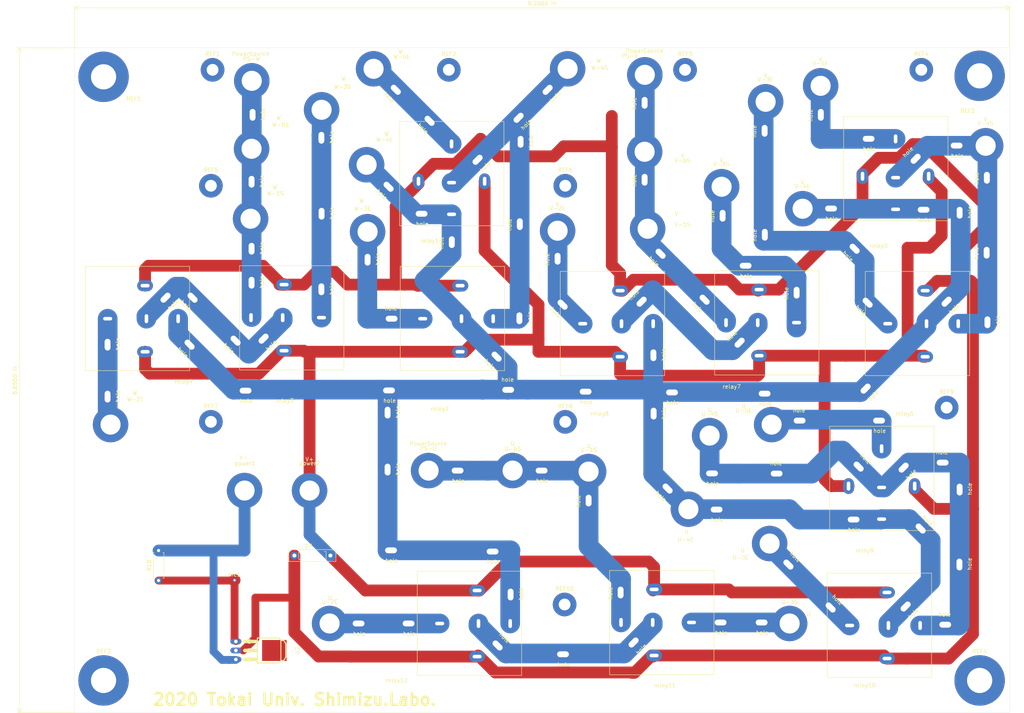
<source format=kicad_pcb>
(kicad_pcb (version 20171130) (host pcbnew "(5.1.4)-1")

  (general
    (thickness 1.6)
    (drawings 7)
    (tracks 301)
    (zones 0)
    (modules 155)
    (nets 27)
  )

  (page User 260.02 191.008)
  (layers
    (0 F.Cu signal)
    (31 B.Cu signal)
    (32 B.Adhes user)
    (33 F.Adhes user)
    (34 B.Paste user)
    (35 F.Paste user)
    (36 B.SilkS user)
    (37 F.SilkS user)
    (38 B.Mask user)
    (39 F.Mask user)
    (40 Dwgs.User user)
    (41 Cmts.User user)
    (42 Eco1.User user)
    (43 Eco2.User user)
    (44 Edge.Cuts user)
    (45 Margin user)
    (46 B.CrtYd user)
    (47 F.CrtYd user)
    (48 B.Fab user)
    (49 F.Fab user)
  )

  (setup
    (last_trace_width 5)
    (trace_clearance 0.2)
    (zone_clearance 0.508)
    (zone_45_only no)
    (trace_min 1)
    (via_size 0.8)
    (via_drill 0.4)
    (via_min_size 0.4)
    (via_min_drill 0.3)
    (uvia_size 0.3)
    (uvia_drill 0.1)
    (uvias_allowed no)
    (uvia_min_size 0.2)
    (uvia_min_drill 0.1)
    (edge_width 0.05)
    (segment_width 0.2)
    (pcb_text_width 0.3)
    (pcb_text_size 1.5 1.5)
    (mod_edge_width 0.12)
    (mod_text_size 1 1)
    (mod_text_width 0.15)
    (pad_size 9 9)
    (pad_drill 5.1)
    (pad_to_mask_clearance 0.051)
    (solder_mask_min_width 0.25)
    (aux_axis_origin 0 0)
    (visible_elements 7FFFFFFF)
    (pcbplotparams
      (layerselection 0x210fc_ffffffff)
      (usegerberextensions true)
      (usegerberattributes false)
      (usegerberadvancedattributes false)
      (creategerberjobfile false)
      (excludeedgelayer true)
      (linewidth 0.100000)
      (plotframeref false)
      (viasonmask false)
      (mode 1)
      (useauxorigin true)
      (hpglpennumber 1)
      (hpglpenspeed 20)
      (hpglpendiameter 15.000000)
      (psnegative false)
      (psa4output false)
      (plotreference true)
      (plotvalue true)
      (plotinvisibletext false)
      (padsonsilk false)
      (subtractmaskfromsilk true)
      (outputformat 1)
      (mirror false)
      (drillshape 0)
      (scaleselection 1)
      (outputdirectory "garber"))
  )

  (net 0 "")
  (net 1 /W-5E)
  (net 2 /W-4S)
  (net 3 /W-3S)
  (net 4 NP)
  (net 5 /W-3E)
  (net 6 /W-2E)
  (net 7 /V-5E)
  (net 8 /V-4S)
  (net 9 /V-3S)
  (net 10 /V-3E)
  (net 11 /V-2E)
  (net 12 /U-5E)
  (net 13 /U-4S)
  (net 14 /U-3S)
  (net 15 /U-3E)
  (net 16 /U-2E)
  (net 17 /GND)
  (net 18 "Net-(relay3-Pad87a)")
  (net 19 "Net-(relay7-Pad87a)")
  (net 20 "Net-(relay11-Pad87a)")
  (net 21 /PS-W)
  (net 22 /PS-V)
  (net 23 /PS-U)
  (net 24 "Net-(R10-Pad1)")
  (net 25 /RCSin)
  (net 26 /RCSout)

  (net_class Default "これはデフォルトのネット クラスです。"
    (clearance 0.2)
    (trace_width 5)
    (via_dia 0.8)
    (via_drill 0.4)
    (uvia_dia 0.3)
    (uvia_drill 0.1)
    (diff_pair_width 5)
    (diff_pair_gap 0.25)
    (add_net /PS-U)
    (add_net /PS-V)
    (add_net /PS-W)
    (add_net /U-2E)
    (add_net /U-3E)
    (add_net /U-3S)
    (add_net /U-4S)
    (add_net /U-5E)
    (add_net /V-2E)
    (add_net /V-3E)
    (add_net /V-3S)
    (add_net /V-4S)
    (add_net /V-5E)
    (add_net /W-2E)
    (add_net /W-3E)
    (add_net /W-3S)
    (add_net /W-4S)
    (add_net /W-5E)
    (add_net NP)
    (add_net "Net-(relay11-Pad87a)")
    (add_net "Net-(relay3-Pad87a)")
    (add_net "Net-(relay7-Pad87a)")
  )

  (net_class Net ""
    (clearance 0.2)
    (trace_width 2)
    (via_dia 0.8)
    (via_drill 0.4)
    (uvia_dia 0.3)
    (uvia_drill 0.1)
    (diff_pair_width 2)
    (diff_pair_gap 0.25)
  )

  (net_class RCS ""
    (clearance 0.2)
    (trace_width 3)
    (via_dia 0.8)
    (via_drill 0.4)
    (uvia_dia 0.3)
    (uvia_drill 0.1)
    (diff_pair_width 3)
    (diff_pair_gap 0.25)
    (add_net /GND)
    (add_net /RCSin)
    (add_net /RCSout)
    (add_net "Net-(R10-Pad1)")
  )

  (module MountingHole:MountingHole_3mm_Pad (layer F.Cu) (tedit 56D1B4CB) (tstamp 5E1E6941)
    (at 136.058 106.482)
    (descr "Mounting Hole 3mm")
    (tags "mounting hole 3mm")
    (attr virtual)
    (fp_text reference REF8 (at 0 -4) (layer F.SilkS)
      (effects (font (size 1 1) (thickness 0.15)))
    )
    (fp_text value MountingHole_3mm_Pad (at 0 4) (layer F.Fab)
      (effects (font (size 1 1) (thickness 0.15)))
    )
    (fp_circle (center 0 0) (end 3.25 0) (layer F.CrtYd) (width 0.05))
    (fp_circle (center 0 0) (end 3 0) (layer Cmts.User) (width 0.15))
    (fp_text user %R (at 0.3 0) (layer F.Fab)
      (effects (font (size 1 1) (thickness 0.15)))
    )
    (pad 1 thru_hole circle (at 0 0) (size 6 6) (drill 3) (layers *.Cu *.Mask))
  )

  (module MountingHole:MountingHole_3mm_Pad (layer F.Cu) (tedit 56D1B4CB) (tstamp 5E1E6933)
    (at 46.058 106.482)
    (descr "Mounting Hole 3mm")
    (tags "mounting hole 3mm")
    (attr virtual)
    (fp_text reference REF7 (at 0 -4) (layer F.SilkS)
      (effects (font (size 1 1) (thickness 0.15)))
    )
    (fp_text value MountingHole_3mm_Pad (at 0 4) (layer F.Fab)
      (effects (font (size 1 1) (thickness 0.15)))
    )
    (fp_circle (center 0 0) (end 3.25 0) (layer F.CrtYd) (width 0.05))
    (fp_circle (center 0 0) (end 3 0) (layer Cmts.User) (width 0.15))
    (fp_text user %R (at 0.3 0) (layer F.Fab)
      (effects (font (size 1 1) (thickness 0.15)))
    )
    (pad 1 thru_hole circle (at 0 0) (size 6 6) (drill 3) (layers *.Cu *.Mask))
  )

  (module MountingHole:MountingHole_3mm_Pad (layer F.Cu) (tedit 56D1B4CB) (tstamp 5E1E6925)
    (at 136.058 46.482)
    (descr "Mounting Hole 3mm")
    (tags "mounting hole 3mm")
    (attr virtual)
    (fp_text reference REF6 (at 0 -4) (layer F.SilkS)
      (effects (font (size 1 1) (thickness 0.15)))
    )
    (fp_text value MountingHole_3mm_Pad (at 0 4) (layer F.Fab)
      (effects (font (size 1 1) (thickness 0.15)))
    )
    (fp_circle (center 0 0) (end 3.25 0) (layer F.CrtYd) (width 0.05))
    (fp_circle (center 0 0) (end 3 0) (layer Cmts.User) (width 0.15))
    (fp_text user %R (at 0.3 0) (layer F.Fab)
      (effects (font (size 1 1) (thickness 0.15)))
    )
    (pad 1 thru_hole circle (at 0 0) (size 6 6) (drill 3) (layers *.Cu *.Mask))
  )

  (module MountingHole:MountingHole_3mm_Pad (layer F.Cu) (tedit 56D1B4CB) (tstamp 5E1E68EA)
    (at 46.058 46.482)
    (descr "Mounting Hole 3mm")
    (tags "mounting hole 3mm")
    (attr virtual)
    (fp_text reference REF5 (at 0 -4) (layer F.SilkS)
      (effects (font (size 1 1) (thickness 0.15)))
    )
    (fp_text value MountingHole_3mm_Pad (at 0 4) (layer F.Fab)
      (effects (font (size 1 1) (thickness 0.15)))
    )
    (fp_text user %R (at 0.3 0) (layer F.Fab)
      (effects (font (size 1 1) (thickness 0.15)))
    )
    (fp_circle (center 0 0) (end 3 0) (layer Cmts.User) (width 0.15))
    (fp_circle (center 0 0) (end 3.25 0) (layer F.CrtYd) (width 0.05))
    (pad 1 thru_hole circle (at 0 0) (size 6 6) (drill 3) (layers *.Cu *.Mask))
  )

  (module MountingHole:MountingHole_3mm_Pad (layer F.Cu) (tedit 56D1B4CB) (tstamp 5E1E683A)
    (at 226.482 17.018)
    (descr "Mounting Hole 3mm")
    (tags "mounting hole 3mm")
    (attr virtual)
    (fp_text reference REF4 (at 0 -4) (layer F.SilkS)
      (effects (font (size 1 1) (thickness 0.15)))
    )
    (fp_text value MountingHole_3mm_Pad (at 0 4) (layer F.Fab)
      (effects (font (size 1 1) (thickness 0.15)))
    )
    (fp_text user %R (at 0.3 0) (layer F.Fab)
      (effects (font (size 1 1) (thickness 0.15)))
    )
    (fp_circle (center 0 0) (end 3 0) (layer Cmts.User) (width 0.15))
    (fp_circle (center 0 0) (end 3.25 0) (layer F.CrtYd) (width 0.05))
    (pad 1 thru_hole circle (at 0 0) (size 6 6) (drill 3) (layers *.Cu *.Mask))
  )

  (module MountingHole:MountingHole_3mm_Pad (layer F.Cu) (tedit 56D1B4CB) (tstamp 5E1E682C)
    (at 166.482 17.018)
    (descr "Mounting Hole 3mm")
    (tags "mounting hole 3mm")
    (attr virtual)
    (fp_text reference REF3 (at 0 -4) (layer F.SilkS)
      (effects (font (size 1 1) (thickness 0.15)))
    )
    (fp_text value MountingHole_3mm_Pad (at 0 4) (layer F.Fab)
      (effects (font (size 1 1) (thickness 0.15)))
    )
    (fp_text user %R (at 0.3 0) (layer F.Fab)
      (effects (font (size 1 1) (thickness 0.15)))
    )
    (fp_circle (center 0 0) (end 3 0) (layer Cmts.User) (width 0.15))
    (fp_circle (center 0 0) (end 3.25 0) (layer F.CrtYd) (width 0.05))
    (pad 1 thru_hole circle (at 0 0) (size 6 6) (drill 3) (layers *.Cu *.Mask))
  )

  (module MountingHole:MountingHole_3mm_Pad (layer F.Cu) (tedit 56D1B4CB) (tstamp 5E1E681E)
    (at 106.482 17.018)
    (descr "Mounting Hole 3mm")
    (tags "mounting hole 3mm")
    (attr virtual)
    (fp_text reference REF2 (at 0 -4) (layer F.SilkS)
      (effects (font (size 1 1) (thickness 0.15)))
    )
    (fp_text value MountingHole_3mm_Pad (at 0 4) (layer F.Fab)
      (effects (font (size 1 1) (thickness 0.15)))
    )
    (fp_text user %R (at 0.3 0) (layer F.Fab)
      (effects (font (size 1 1) (thickness 0.15)))
    )
    (fp_circle (center 0 0) (end 3 0) (layer Cmts.User) (width 0.15))
    (fp_circle (center 0 0) (end 3.25 0) (layer F.CrtYd) (width 0.05))
    (pad 1 thru_hole circle (at 0 0) (size 6 6) (drill 3) (layers *.Cu *.Mask))
  )

  (module Kageyama_Device:0-1432871-1 (layer F.Cu) (tedit 5E18275D) (tstamp 5DFB8730)
    (at 206.756 55.372 90)
    (path /5DE1682F)
    (fp_text reference relay5 (at -6.35 8.89 180) (layer F.SilkS)
      (effects (font (size 1 1) (thickness 0.15)))
    )
    (fp_text value 0-143287-1 (at -7.62 8.89 180) (layer F.Fab)
      (effects (font (size 1 1) (thickness 0.15)))
    )
    (fp_line (start 26.5 0) (end 0 0) (layer F.SilkS) (width 0.12))
    (fp_line (start 26.5 26.5) (end 26.5 0) (layer F.SilkS) (width 0.12))
    (fp_line (start 0 26.5) (end 26.5 26.5) (layer F.SilkS) (width 0.12))
    (fp_line (start 0 0) (end 0 26.5) (layer F.SilkS) (width 0.12))
    (pad 87a thru_hole oval (at 10.95 13.2) (size 4 2.8) (drill oval 2.3 0.9) (layers *.Cu *.Mask)
      (net 8 /V-4S))
    (pad 85 thru_hole oval (at 11.3 4.8 90) (size 4 2.8) (drill oval 2.3 0.9) (layers *.Cu *.Mask)
      (net 26 /RCSout))
    (pad 87 thru_hole oval (at 2.9 13.2) (size 4 2.8) (drill oval 2.3 0.9) (layers *.Cu *.Mask)
      (net 4 NP))
    (pad 30 thru_hole oval (at 20.8 13.2 90) (size 4 2.8) (drill oval 2.3 0.9) (layers *.Cu *.Mask)
      (net 7 /V-5E))
    (pad 86 thru_hole oval (at 11.3 21.6 90) (size 4 2.8) (drill oval 2.3 0.9) (layers *.Cu *.Mask)
      (net 25 /RCSin))
  )

  (module MountingHole:MountingHole_3mm_Pad (layer F.Cu) (tedit 56D1B4CB) (tstamp 5E1E081C)
    (at 46.482 17.018)
    (descr "Mounting Hole 3mm")
    (tags "mounting hole 3mm")
    (attr virtual)
    (fp_text reference REF1 (at 0 -4) (layer F.SilkS)
      (effects (font (size 1 1) (thickness 0.15)))
    )
    (fp_text value MountingHole_3mm_Pad (at 0 4) (layer F.Fab)
      (effects (font (size 1 1) (thickness 0.15)))
    )
    (fp_circle (center 0 0) (end 3.25 0) (layer F.CrtYd) (width 0.05))
    (fp_circle (center 0 0) (end 3 0) (layer Cmts.User) (width 0.15))
    (fp_text user %R (at 0.3 0) (layer F.Fab)
      (effects (font (size 1 1) (thickness 0.15)))
    )
    (pad 1 thru_hole circle (at 0 0) (size 6 6) (drill 3) (layers *.Cu *.Mask))
  )

  (module MountingHole:MountingHole_3mm_Pad (layer F.Cu) (tedit 56D1B4CB) (tstamp 5E1E07BA)
    (at 232.918 102.87)
    (descr "Mounting Hole 3mm")
    (tags "mounting hole 3mm")
    (attr virtual)
    (fp_text reference REF9 (at 0 -4) (layer F.SilkS)
      (effects (font (size 1 1) (thickness 0.15)))
    )
    (fp_text value MountingHole_3mm_Pad (at 0 4) (layer F.Fab)
      (effects (font (size 1 1) (thickness 0.15)))
    )
    (fp_circle (center 0 0) (end 3.25 0) (layer F.CrtYd) (width 0.05))
    (fp_circle (center 0 0) (end 3 0) (layer Cmts.User) (width 0.15))
    (fp_text user %R (at 0.3 0) (layer F.Fab)
      (effects (font (size 1 1) (thickness 0.15)))
    )
    (pad 1 thru_hole circle (at 0 0) (size 6 6) (drill 3) (layers *.Cu *.Mask))
  )

  (module MountingHole:MountingHole_3mm_Pad (layer F.Cu) (tedit 56D1B4CB) (tstamp 5E1E07AC)
    (at 135.89 152.908)
    (descr "Mounting Hole 3mm")
    (tags "mounting hole 3mm")
    (attr virtual)
    (fp_text reference REF10 (at 0 -4) (layer F.SilkS)
      (effects (font (size 1 1) (thickness 0.15)))
    )
    (fp_text value MountingHole_3mm_Pad (at 0 4) (layer F.Fab)
      (effects (font (size 1 1) (thickness 0.15)))
    )
    (fp_circle (center 0 0) (end 3.25 0) (layer F.CrtYd) (width 0.05))
    (fp_circle (center 0 0) (end 3 0) (layer Cmts.User) (width 0.15))
    (fp_text user %R (at 0.3 0) (layer F.Fab)
      (effects (font (size 1 1) (thickness 0.15)))
    )
    (pad 1 thru_hole circle (at 0 0) (size 6 6) (drill 3) (layers *.Cu *.Mask))
  )

  (module Kageyama_Device:Doubanhole (layer F.Cu) (tedit 5E180CE6) (tstamp 5E1E04BF)
    (at 116.532035 92.214097 135)
    (fp_text reference hole (at 0 0.5 135) (layer F.SilkS)
      (effects (font (size 1 1) (thickness 0.15)))
    )
    (fp_text value Doubanhole (at 0 -0.5 135) (layer F.Fab)
      (effects (font (size 1 1) (thickness 0.15)))
    )
    (pad 1 thru_hole oval (at 0.15 3.1 135) (size 4 2.5) (drill oval 3 1.5) (layers *.Cu *.Mask)
      (net 4 NP))
  )

  (module Kageyama_Device:Doubanhole (layer F.Cu) (tedit 5E180CE6) (tstamp 5E1E04A6)
    (at 94.032 103.99 270)
    (fp_text reference hole (at 0 0.5 90) (layer F.SilkS)
      (effects (font (size 1 1) (thickness 0.15)))
    )
    (fp_text value Doubanhole (at 0 -0.5 90) (layer F.Fab)
      (effects (font (size 1 1) (thickness 0.15)))
    )
    (pad 1 thru_hole oval (at 0.15 3.1 270) (size 4 2.5) (drill oval 3 1.5) (layers *.Cu *.Mask)
      (net 4 NP))
  )

  (module MountingHole:MountingHole_6.4mm_M6_Pad (layer F.Cu) (tedit 56D1B4CB) (tstamp 5E1E0442)
    (at 18.796 172.212)
    (descr "Mounting Hole 6.4mm, M6")
    (tags "mounting hole 6.4mm m6")
    (attr virtual)
    (fp_text reference REF3 (at 0 -7.4) (layer F.SilkS)
      (effects (font (size 1 1) (thickness 0.15)))
    )
    (fp_text value MountingHole_6.4mm_M6_Pad (at 0 7.4) (layer F.Fab)
      (effects (font (size 1 1) (thickness 0.15)))
    )
    (fp_text user %R (at 0.3 0) (layer F.Fab)
      (effects (font (size 1 1) (thickness 0.15)))
    )
    (fp_circle (center 0 0) (end 6.4 0) (layer Cmts.User) (width 0.15))
    (fp_circle (center 0 0) (end 6.65 0) (layer F.CrtYd) (width 0.05))
    (pad 1 thru_hole circle (at 0 0) (size 12.8 12.8) (drill 6.4) (layers *.Cu *.Mask))
  )

  (module MountingHole:MountingHole_6.4mm_M6_Pad (layer F.Cu) (tedit 56D1B4CB) (tstamp 5E1E0434)
    (at 18.796 18.796)
    (descr "Mounting Hole 6.4mm, M6")
    (tags "mounting hole 6.4mm m6")
    (attr virtual)
    (fp_text reference REF1 (at 7.62 5.588) (layer F.SilkS)
      (effects (font (size 1 1) (thickness 0.15)))
    )
    (fp_text value MountingHole_6.4mm_M6_Pad (at 0 7.4) (layer F.Fab)
      (effects (font (size 1 1) (thickness 0.15)))
    )
    (fp_circle (center 0 0) (end 6.65 0) (layer F.CrtYd) (width 0.05))
    (fp_circle (center 0 0) (end 6.4 0) (layer Cmts.User) (width 0.15))
    (fp_text user %R (at 0.3 0) (layer F.Fab)
      (effects (font (size 1 1) (thickness 0.15)))
    )
    (pad 1 thru_hole circle (at 0 0) (size 12.8 12.8) (drill 6.4) (layers *.Cu *.Mask))
  )

  (module MountingHole:MountingHole_6.4mm_M6_Pad (layer F.Cu) (tedit 56D1B4CB) (tstamp 5E1E03D6)
    (at 241.3 172.212)
    (descr "Mounting Hole 6.4mm, M6")
    (tags "mounting hole 6.4mm m6")
    (attr virtual)
    (fp_text reference REF4 (at 0 -7.4) (layer F.SilkS)
      (effects (font (size 1 1) (thickness 0.15)))
    )
    (fp_text value MountingHole_6.4mm_M6_Pad (at 0 7.4) (layer F.Fab)
      (effects (font (size 1 1) (thickness 0.15)))
    )
    (fp_text user %R (at 0.3 0) (layer F.Fab)
      (effects (font (size 1 1) (thickness 0.15)))
    )
    (fp_circle (center 0 0) (end 6.4 0) (layer Cmts.User) (width 0.15))
    (fp_circle (center 0 0) (end 6.65 0) (layer F.CrtYd) (width 0.05))
    (pad 1 thru_hole circle (at 0 0) (size 12.8 12.8) (drill 6.4) (layers *.Cu *.Mask))
  )

  (module MountingHole:MountingHole_6.4mm_M6_Pad (layer F.Cu) (tedit 56D1B4CB) (tstamp 5E1DEE9D)
    (at 241.3 18.542)
    (descr "Mounting Hole 6.4mm, M6")
    (tags "mounting hole 6.4mm m6")
    (attr virtual)
    (fp_text reference REF2 (at -3.048 8.89) (layer F.SilkS)
      (effects (font (size 1 1) (thickness 0.15)))
    )
    (fp_text value MountingHole_6.4mm_M6_Pad (at 0 7.4) (layer F.Fab)
      (effects (font (size 1 1) (thickness 0.15)))
    )
    (fp_circle (center 0 0) (end 6.65 0) (layer F.CrtYd) (width 0.05))
    (fp_circle (center 0 0) (end 6.4 0) (layer Cmts.User) (width 0.15))
    (fp_text user %R (at 0.3 0) (layer F.Fab)
      (effects (font (size 1 1) (thickness 0.15)))
    )
    (pad 1 thru_hole circle (at 0 0) (size 12.8 12.8) (drill 6.4) (layers *.Cu *.Mask))
  )

  (module Kageyama_Device:Doubanhole (layer F.Cu) (tedit 5E1A87E8) (tstamp 5E1D7B20)
    (at 39.316035 77.228097 135)
    (fp_text reference hole (at 0 0.5 135) (layer F.SilkS)
      (effects (font (size 1 1) (thickness 0.15)))
    )
    (fp_text value Doubanhole (at 0 -0.5 135) (layer F.Fab)
      (effects (font (size 1 1) (thickness 0.15)))
    )
    (pad 1 thru_hole oval (at 0.15 3.1 135) (size 4 2.5) (drill oval 3 1.5) (layers *.Cu *.Mask)
      (net 18 "Net-(relay3-Pad87a)"))
  )

  (module Kageyama_Device:Doubanhole (layer F.Cu) (tedit 5E180CE6) (tstamp 5E1D4F1B)
    (at 161.544 89.408 270)
    (fp_text reference hole (at 0 0.5 90) (layer F.SilkS)
      (effects (font (size 1 1) (thickness 0.15)))
    )
    (fp_text value Doubanhole (at 0 -0.5 90) (layer F.Fab)
      (effects (font (size 1 1) (thickness 0.15)))
    )
    (pad 1 thru_hole oval (at 0.15 3.1 270) (size 4 2.5) (drill oval 3 1.5) (layers *.Cu *.Mask)
      (net 4 NP))
  )

  (module Kageyama_Device:Doubanhole (layer F.Cu) (tedit 5E180CE6) (tstamp 5E1D40BB)
    (at 55.014 101.652 180)
    (fp_text reference hole (at 0 0.5) (layer F.SilkS)
      (effects (font (size 1 1) (thickness 0.15)))
    )
    (fp_text value Doubanhole (at 0 -0.5) (layer F.Fab)
      (effects (font (size 1 1) (thickness 0.15)))
    )
    (pad 1 thru_hole oval (at 0.15 3.1 180) (size 4 2.5) (drill oval 3 1.5) (layers *.Cu *.Mask)
      (net 4 NP))
  )

  (module Kageyama_Device:Doubanhole (layer F.Cu) (tedit 5E180CE6) (tstamp 5E1D40AA)
    (at 161.596 104.244 270)
    (fp_text reference hole (at 0 0.5 90) (layer F.SilkS)
      (effects (font (size 1 1) (thickness 0.15)))
    )
    (fp_text value Doubanhole (at 0 -0.5 90) (layer F.Fab)
      (effects (font (size 1 1) (thickness 0.15)))
    )
    (pad 1 thru_hole oval (at 0.15 3.1 270) (size 4 2.5) (drill oval 3 1.5) (layers *.Cu *.Mask)
      (net 4 NP))
  )

  (module Kageyama_Device:Doubanhole (layer F.Cu) (tedit 5E180CE6) (tstamp 5E1D409D)
    (at 163.322 102.108 180)
    (fp_text reference hole (at 0 0.5) (layer F.SilkS)
      (effects (font (size 1 1) (thickness 0.15)))
    )
    (fp_text value Doubanhole (at 0 -0.5) (layer F.Fab)
      (effects (font (size 1 1) (thickness 0.15)))
    )
    (pad 1 thru_hole oval (at 0.15 3.1 180) (size 4 2.5) (drill oval 3 1.5) (layers *.Cu *.Mask)
      (net 4 NP))
  )

  (module Kageyama_Device:Doubanhole (layer F.Cu) (tedit 5E180CE6) (tstamp 5E1D4089)
    (at 94.032 118.468 270)
    (fp_text reference hole (at 0 0.5 90) (layer F.SilkS)
      (effects (font (size 1 1) (thickness 0.15)))
    )
    (fp_text value Doubanhole (at 0 -0.5 90) (layer F.Fab)
      (effects (font (size 1 1) (thickness 0.15)))
    )
    (pad 1 thru_hole oval (at 0.15 3.1 270) (size 4 2.5) (drill oval 3 1.5) (layers *.Cu *.Mask)
      (net 4 NP))
  )

  (module Kageyama_Device:Doubanhole (layer F.Cu) (tedit 5E180CE6) (tstamp 5E1D4067)
    (at 117.752 142.546 180)
    (fp_text reference hole (at 0 0.5) (layer F.SilkS)
      (effects (font (size 1 1) (thickness 0.15)))
    )
    (fp_text value Doubanhole (at 0 -0.5) (layer F.Fab)
      (effects (font (size 1 1) (thickness 0.15)))
    )
    (pad 1 thru_hole oval (at 0.15 3.1 180) (size 4 2.5) (drill oval 3 1.5) (layers *.Cu *.Mask)
      (net 4 NP))
  )

  (module Kageyama_Device:Doubanhole (layer F.Cu) (tedit 5E180FE3) (tstamp 5E1D4047)
    (at 212.651965 115.557903 315)
    (fp_text reference hole (at 0 0.5 135) (layer F.SilkS)
      (effects (font (size 1 1) (thickness 0.15)))
    )
    (fp_text value Doubanhole (at 0 -0.5 135) (layer F.Fab)
      (effects (font (size 1 1) (thickness 0.15)))
    )
    (pad 1 thru_hole oval (at 0.15 3.1 315) (size 4 2.5) (drill oval 3 1.5) (layers *.Cu *.Mask)
      (net 13 /U-4S))
  )

  (module Kageyama_Device:Doubanhole (layer F.Cu) (tedit 5E180CE6) (tstamp 5E1D4004)
    (at 228.399965 131.305903 315)
    (fp_text reference hole (at 0 0.5 135) (layer F.SilkS)
      (effects (font (size 1 1) (thickness 0.15)))
    )
    (fp_text value Doubanhole (at 0 -0.5 135) (layer F.Fab)
      (effects (font (size 1 1) (thickness 0.15)))
    )
    (pad 1 thru_hole oval (at 0.15 3.1 315) (size 4 2.5) (drill oval 3 1.5) (layers *.Cu *.Mask)
      (net 4 NP))
  )

  (module Kageyama_Device:Doubanhole (layer F.Cu) (tedit 5E180FE3) (tstamp 5E1D3FEB)
    (at 239.268 142.598 270)
    (fp_text reference hole (at 0 0.5 90) (layer F.SilkS)
      (effects (font (size 1 1) (thickness 0.15)))
    )
    (fp_text value Doubanhole (at 0 -0.5 90) (layer F.Fab)
      (effects (font (size 1 1) (thickness 0.15)))
    )
    (pad 1 thru_hole oval (at 0.15 3.1 270) (size 4 2.5) (drill oval 3 1.5) (layers *.Cu *.Mask)
      (net 13 /U-4S))
  )

  (module Kageyama_Device:Doubanhole (layer F.Cu) (tedit 5E180FE3) (tstamp 5E1D3FD9)
    (at 231.752 113.74)
    (fp_text reference hole (at 0 0.5) (layer F.SilkS)
      (effects (font (size 1 1) (thickness 0.15)))
    )
    (fp_text value Doubanhole (at 0 -0.5) (layer F.Fab)
      (effects (font (size 1 1) (thickness 0.15)))
    )
    (pad 1 thru_hole oval (at 0.15 3.1) (size 4 2.5) (drill oval 3 1.5) (layers *.Cu *.Mask)
      (net 13 /U-4S))
  )

  (module Kageyama_Device:Doubanhole (layer F.Cu) (tedit 5E180F6F) (tstamp 5E1D3FAF)
    (at 207.464035 64.782097 135)
    (fp_text reference hole (at 0 0.5 135) (layer F.SilkS)
      (effects (font (size 1 1) (thickness 0.15)))
    )
    (fp_text value Doubanhole (at 0 -0.5 135) (layer F.Fab)
      (effects (font (size 1 1) (thickness 0.15)))
    )
    (pad 1 thru_hole oval (at 0.15 3.1 135) (size 4 2.5) (drill oval 3 1.5) (layers *.Cu *.Mask)
      (net 10 /V-3E))
  )

  (module Kageyama_Device:Doubanhole (layer F.Cu) (tedit 5E1A8958) (tstamp 5E1D3F8E)
    (at 182.014 69.902 180)
    (fp_text reference hole (at 0 0.5) (layer F.SilkS)
      (effects (font (size 1 1) (thickness 0.15)))
    )
    (fp_text value Doubanhole (at 0 -0.5) (layer F.Fab)
      (effects (font (size 1 1) (thickness 0.15)))
    )
    (pad 1 thru_hole oval (at 0.15 3.1 180) (size 4 2.5) (drill oval 3 1.5) (layers *.Cu *.Mask)
      (net 9 /V-3S))
  )

  (module Kageyama_Device:Doubanhole (layer F.Cu) (tedit 5E180BB7) (tstamp 5E1D3F4D)
    (at 239.978 63.65 90)
    (fp_text reference hole (at 0 0.5 90) (layer F.SilkS)
      (effects (font (size 1 1) (thickness 0.15)))
    )
    (fp_text value Doubanhole (at 0 -0.5 90) (layer F.Fab)
      (effects (font (size 1 1) (thickness 0.15)))
    )
    (pad 1 thru_hole oval (at 0.15 3.1 90) (size 4 2.5) (drill oval 3 1.5) (layers *.Cu *.Mask)
      (net 8 /V-4S))
  )

  (module Kageyama_Device:Doubanhole (layer F.Cu) (tedit 5E182DBA) (tstamp 5E1D3F37)
    (at 127.814 35.156 270)
    (fp_text reference hole (at 0 0.5 90) (layer F.SilkS)
      (effects (font (size 1 1) (thickness 0.15)))
    )
    (fp_text value Doubanhole (at 0 -0.5 90) (layer F.Fab)
      (effects (font (size 1 1) (thickness 0.15)))
    )
    (pad 1 thru_hole oval (at 0.15 3.1 270) (size 4 2.5) (drill oval 3 1.5) (layers *.Cu *.Mask)
      (net 2 /W-4S))
  )

  (module Kageyama_Device:Doubanhole (layer F.Cu) (tedit 5E182DBA) (tstamp 5E1D3F28)
    (at 126.504097 31.295965 225)
    (fp_text reference hole (at 0 0.5 45) (layer F.SilkS)
      (effects (font (size 1 1) (thickness 0.15)))
    )
    (fp_text value Doubanhole (at 0 -0.5 45) (layer F.Fab)
      (effects (font (size 1 1) (thickness 0.15)))
    )
    (pad 1 thru_hole oval (at 0.15 3.1 225) (size 4 2.5) (drill oval 3 1.5) (layers *.Cu *.Mask)
      (net 2 /W-4S))
  )

  (module Kageyama_Device:Doubanhole (layer F.Cu) (tedit 5E182D76) (tstamp 5E1D3F1B)
    (at 77.268 53.444 270)
    (fp_text reference hole (at 0 0.5 90) (layer F.SilkS)
      (effects (font (size 1 1) (thickness 0.15)))
    )
    (fp_text value Doubanhole (at 0 -0.5 90) (layer F.Fab)
      (effects (font (size 1 1) (thickness 0.15)))
    )
    (pad 1 thru_hole oval (at 0.15 3.1 270) (size 4 2.5) (drill oval 3 1.5) (layers *.Cu *.Mask)
      (net 3 /W-3S))
  )

  (module Kageyama_Device:Doubanhole (layer F.Cu) (tedit 5E1A9D2C) (tstamp 5E1A9D81)
    (at 186.078 160.58 180)
    (fp_text reference hole (at 0 0.5) (layer F.SilkS)
      (effects (font (size 1 1) (thickness 0.15)))
    )
    (fp_text value Doubanhole (at 0 -0.5) (layer F.Fab)
      (effects (font (size 1 1) (thickness 0.15)))
    )
    (pad 1 thru_hole oval (at 0.15 3.1 180) (size 4 2.5) (drill oval 3 1.5) (layers *.Cu *.Mask)
      (net 14 /U-3S))
  )

  (module Kageyama_Device:Doubanhole (layer F.Cu) (tedit 5E1A9D2C) (tstamp 5E1A9D3B)
    (at 175.664 160.58 180)
    (fp_text reference hole (at 0 0.5) (layer F.SilkS)
      (effects (font (size 1 1) (thickness 0.15)))
    )
    (fp_text value Doubanhole (at 0 -0.5) (layer F.Fab)
      (effects (font (size 1 1) (thickness 0.15)))
    )
    (pad 1 thru_hole oval (at 0.15 3.1 180) (size 4 2.5) (drill oval 3 1.5) (layers *.Cu *.Mask)
      (net 14 /U-3S))
  )

  (module Kageyama_Device:Doubanhole (layer F.Cu) (tedit 5E181196) (tstamp 5E1A9D1F)
    (at 147.014 150.01 90)
    (fp_text reference hole (at 0 0.5 90) (layer F.SilkS)
      (effects (font (size 1 1) (thickness 0.15)))
    )
    (fp_text value Doubanhole (at 0 -0.5 90) (layer F.Fab)
      (effects (font (size 1 1) (thickness 0.15)))
    )
    (pad 1 thru_hole oval (at 0.15 3.1 90) (size 4 2.5) (drill oval 3 1.5) (layers *.Cu *.Mask)
      (net 23 /PS-U))
  )

  (module Kageyama_Device:Doubanhole (layer F.Cu) (tedit 5E1A9C7C) (tstamp 5E1A9CA6)
    (at 205.539965 151.371903 315)
    (fp_text reference hole (at 0 0.5 135) (layer F.SilkS)
      (effects (font (size 1 1) (thickness 0.15)))
    )
    (fp_text value Doubanhole (at 0 -0.5 135) (layer F.Fab)
      (effects (font (size 1 1) (thickness 0.15)))
    )
    (pad 1 thru_hole oval (at 0.15 3.1 315) (size 4 2.5) (drill oval 3 1.5) (layers *.Cu *.Mask)
      (net 15 /U-3E))
  )

  (module Kageyama_Device:Doubanhole (layer F.Cu) (tedit 5E1A9C6F) (tstamp 5E1A9C80)
    (at 194.818 140.462 315)
    (fp_text reference hole (at 0 0.5 135) (layer F.SilkS)
      (effects (font (size 1 1) (thickness 0.15)))
    )
    (fp_text value Doubanhole (at 0 -0.5 135) (layer F.Fab)
      (effects (font (size 1 1) (thickness 0.15)))
    )
    (pad 1 thru_hole oval (at 0.15 3.1 315) (size 4 2.5) (drill oval 3 1.5) (layers *.Cu *.Mask)
      (net 15 /U-3E))
  )

  (module Kageyama_Device:Doubanhole (layer F.Cu) (tedit 5E180FE3) (tstamp 5E1A9C04)
    (at 239.32 123.548 270)
    (fp_text reference hole (at 0 0.5 90) (layer F.SilkS)
      (effects (font (size 1 1) (thickness 0.15)))
    )
    (fp_text value Doubanhole (at 0 -0.5 90) (layer F.Fab)
      (effects (font (size 1 1) (thickness 0.15)))
    )
    (pad 1 thru_hole oval (at 0.15 3.1 270) (size 4 2.5) (drill oval 3 1.5) (layers *.Cu *.Mask)
      (net 13 /U-4S))
  )

  (module Kageyama_Device:Doubanhole (layer F.Cu) (tedit 5E1A8367) (tstamp 5E1A9A4A)
    (at 215.9 109.272 180)
    (fp_text reference hole (at 0 0.5) (layer F.SilkS)
      (effects (font (size 1 1) (thickness 0.15)))
    )
    (fp_text value Doubanhole (at 0 -0.5) (layer F.Fab)
      (effects (font (size 1 1) (thickness 0.15)))
    )
    (pad 1 thru_hole oval (at 0.15 3.1 180) (size 4 2.5) (drill oval 3 1.5) (layers *.Cu *.Mask)
      (net 12 /U-5E))
  )

  (module Kageyama_Device:Doubanhole (layer F.Cu) (tedit 5E180CE6) (tstamp 5E1A9A36)
    (at 214.642097 100.129965 225)
    (fp_text reference hole (at 0 0.5 45) (layer F.SilkS)
      (effects (font (size 1 1) (thickness 0.15)))
    )
    (fp_text value Doubanhole (at 0 -0.5 45) (layer F.Fab)
      (effects (font (size 1 1) (thickness 0.15)))
    )
    (pad 1 thru_hole oval (at 0.15 3.1 225) (size 4 2.5) (drill oval 3 1.5) (layers *.Cu *.Mask)
      (net 4 NP))
  )

  (module Kageyama_Device:Doubanhole (layer F.Cu) (tedit 5E180CE6) (tstamp 5E1A9A1C)
    (at 227.226 55.678 180)
    (fp_text reference hole (at 0 0.5) (layer F.SilkS)
      (effects (font (size 1 1) (thickness 0.15)))
    )
    (fp_text value Doubanhole (at 0 -0.5) (layer F.Fab)
      (effects (font (size 1 1) (thickness 0.15)))
    )
    (pad 1 thru_hole oval (at 0.15 3.1 180) (size 4 2.5) (drill oval 3 1.5) (layers *.Cu *.Mask)
      (net 4 NP))
  )

  (module Kageyama_Device:Doubanhole (layer F.Cu) (tedit 5E180CE6) (tstamp 5E1A997F)
    (at 235.216097 78.031965 225)
    (fp_text reference hole (at 0 0.5 45) (layer F.SilkS)
      (effects (font (size 1 1) (thickness 0.15)))
    )
    (fp_text value Doubanhole (at 0 -0.5 45) (layer F.Fab)
      (effects (font (size 1 1) (thickness 0.15)))
    )
    (pad 1 thru_hole oval (at 0.15 3.1 225) (size 4 2.5) (drill oval 3 1.5) (layers *.Cu *.Mask)
      (net 4 NP))
  )

  (module Kageyama_Device:Doubanhole (layer F.Cu) (tedit 5E180CE6) (tstamp 5E1A9939)
    (at 239.32 53.19 270)
    (fp_text reference hole (at 0 0.5 90) (layer F.SilkS)
      (effects (font (size 1 1) (thickness 0.15)))
    )
    (fp_text value Doubanhole (at 0 -0.5 90) (layer F.Fab)
      (effects (font (size 1 1) (thickness 0.15)))
    )
    (pad 1 thru_hole oval (at 0.15 3.1 270) (size 4 2.5) (drill oval 3 1.5) (layers *.Cu *.Mask)
      (net 4 NP))
  )

  (module Kageyama_Device:Doubanhole (layer F.Cu) (tedit 5E180BB7) (tstamp 5E1A9831)
    (at 235.608 39.37 180)
    (fp_text reference hole (at 0 0.5) (layer F.SilkS)
      (effects (font (size 1 1) (thickness 0.15)))
    )
    (fp_text value Doubanhole (at 0 -0.5) (layer F.Fab)
      (effects (font (size 1 1) (thickness 0.15)))
    )
    (pad 1 thru_hole oval (at 0.15 3.1 180) (size 4 2.5) (drill oval 3 1.5) (layers *.Cu *.Mask)
      (net 8 /V-4S))
  )

  (module Kageyama_Device:Doubanhole (layer F.Cu) (tedit 5E1A8958) (tstamp 5E1A9692)
    (at 191.718 73.81 90)
    (fp_text reference hole (at 0 0.5 90) (layer F.SilkS)
      (effects (font (size 1 1) (thickness 0.15)))
    )
    (fp_text value Doubanhole (at 0 -0.5 90) (layer F.Fab)
      (effects (font (size 1 1) (thickness 0.15)))
    )
    (pad 1 thru_hole oval (at 0.15 3.1 90) (size 4 2.5) (drill oval 3 1.5) (layers *.Cu *.Mask)
      (net 9 /V-3S))
  )

  (module Kageyama_Device:Doubanhole (layer F.Cu) (tedit 5E1811ED) (tstamp 5E1A9666)
    (at 153.149903 73.860035 45)
    (fp_text reference hole (at 0 0.5 45) (layer F.SilkS)
      (effects (font (size 1 1) (thickness 0.15)))
    )
    (fp_text value Doubanhole (at 0 -0.5 45) (layer F.Fab)
      (effects (font (size 1 1) (thickness 0.15)))
    )
    (pad 1 thru_hole oval (at 0.15 3.1 45) (size 4 2.5) (drill oval 3 1.5) (layers *.Cu *.Mask)
      (net 19 "Net-(relay7-Pad87a)"))
  )

  (module Kageyama_Device:Doubanhole (layer F.Cu) (tedit 5E1A9616) (tstamp 5E1A9630)
    (at 133.296035 79.006097 135)
    (fp_text reference hole (at 0 0.5 135) (layer F.SilkS)
      (effects (font (size 1 1) (thickness 0.15)))
    )
    (fp_text value Doubanhole (at 0 -0.5 135) (layer F.Fab)
      (effects (font (size 1 1) (thickness 0.15)))
    )
    (pad 1 thru_hole oval (at 0.15 3.1 135) (size 4 2.5) (drill oval 3 1.5) (layers *.Cu *.Mask)
      (net 11 /V-2E))
  )

  (module Kageyama_Device:Doubanhole (layer F.Cu) (tedit 5E1A8480) (tstamp 5E1A95E3)
    (at 169.364035 77.736097 135)
    (fp_text reference hole (at 0 0.5 135) (layer F.SilkS)
      (effects (font (size 1 1) (thickness 0.15)))
    )
    (fp_text value Doubanhole (at 0 -0.5 135) (layer F.Fab)
      (effects (font (size 1 1) (thickness 0.15)))
    )
    (pad 1 thru_hole oval (at 0.15 3.1 135) (size 4 2.5) (drill oval 3 1.5) (layers *.Cu *.Mask)
      (net 22 /PS-V))
  )

  (module Kageyama_Device:Doubanhole (layer F.Cu) (tedit 5E18127D) (tstamp 5E1A95C6)
    (at 213.256 37.644 180)
    (fp_text reference hole (at 0 0.5) (layer F.SilkS)
      (effects (font (size 1 1) (thickness 0.15)))
    )
    (fp_text value Doubanhole (at 0 -0.5) (layer F.Fab)
      (effects (font (size 1 1) (thickness 0.15)))
    )
    (pad 1 thru_hole oval (at 0.15 3.1 180) (size 4 2.5) (drill oval 3 1.5) (layers *.Cu *.Mask)
      (net 7 /V-5E))
  )

  (module Kageyama_Device:Doubanhole (layer F.Cu) (tedit 5E182DBA) (tstamp 5E1A957B)
    (at 116.090097 41.963965 225)
    (fp_text reference hole (at 0 0.5 45) (layer F.SilkS)
      (effects (font (size 1 1) (thickness 0.15)))
    )
    (fp_text value Doubanhole (at 0 -0.5 45) (layer F.Fab)
      (effects (font (size 1 1) (thickness 0.15)))
    )
    (pad 1 thru_hole oval (at 0.15 3.1 225) (size 4 2.5) (drill oval 3 1.5) (layers *.Cu *.Mask)
      (net 2 /W-4S))
  )

  (module Kageyama_Device:Doubanhole (layer F.Cu) (tedit 5E180CE6) (tstamp 5E1A94E1)
    (at 99.718 56.694 180)
    (fp_text reference hole (at 0 0.5) (layer F.SilkS)
      (effects (font (size 1 1) (thickness 0.15)))
    )
    (fp_text value Doubanhole (at 0 -0.5) (layer F.Fab)
      (effects (font (size 1 1) (thickness 0.15)))
    )
    (pad 1 thru_hole oval (at 0.15 3.1 180) (size 4 2.5) (drill oval 3 1.5) (layers *.Cu *.Mask)
      (net 4 NP))
  )

  (module Kageyama_Device:Doubanhole (layer F.Cu) (tedit 5E180CE6) (tstamp 5E1A94C4)
    (at 104.14 60.96 90)
    (fp_text reference hole (at 0 0.5 90) (layer F.SilkS)
      (effects (font (size 1 1) (thickness 0.15)))
    )
    (fp_text value Doubanhole (at 0 -0.5 90) (layer F.Fab)
      (effects (font (size 1 1) (thickness 0.15)))
    )
    (pad 1 thru_hole oval (at 0.15 3.1 90) (size 4 2.5) (drill oval 3 1.5) (layers *.Cu *.Mask)
      (net 4 NP))
  )

  (module Kageyama_Device:Doubanhole (layer F.Cu) (tedit 5E1A8750) (tstamp 5E1A9477)
    (at 99.514035 32.270097 135)
    (fp_text reference hole (at 0 0.5 135) (layer F.SilkS)
      (effects (font (size 1 1) (thickness 0.15)))
    )
    (fp_text value Doubanhole (at 0 -0.5 135) (layer F.Fab)
      (effects (font (size 1 1) (thickness 0.15)))
    )
    (pad 1 thru_hole oval (at 0.15 3.1 135) (size 4 2.5) (drill oval 3 1.5) (layers *.Cu *.Mask)
      (net 1 /W-5E))
  )

  (module Kageyama_Device:Doubanhole (layer F.Cu) (tedit 5E1A8995) (tstamp 5E1A9420)
    (at 59.488 70.97 270)
    (fp_text reference hole (at 0 0.5 90) (layer F.SilkS)
      (effects (font (size 1 1) (thickness 0.15)))
    )
    (fp_text value Doubanhole (at 0 -0.5 90) (layer F.Fab)
      (effects (font (size 1 1) (thickness 0.15)))
    )
    (pad 1 thru_hole oval (at 0.15 3.1 270) (size 4 2.5) (drill oval 3 1.5) (layers *.Cu *.Mask)
      (net 21 /PS-W))
  )

  (module Kageyama_Device:Doubanhole (layer F.Cu) (tedit 5E1A930D) (tstamp 5E1A9332)
    (at 96.416 160.834 180)
    (fp_text reference hole (at 0 0.5) (layer F.SilkS)
      (effects (font (size 1 1) (thickness 0.15)))
    )
    (fp_text value Doubanhole (at 0 -0.5) (layer F.Fab)
      (effects (font (size 1 1) (thickness 0.15)))
    )
    (pad 1 thru_hole oval (at 0.15 3.1 180) (size 4 2.5) (drill oval 3 1.5) (layers *.Cu *.Mask)
      (net 16 /U-2E))
  )

  (module Kageyama_Device:Doubanhole (layer F.Cu) (tedit 5E1A92E8) (tstamp 5E1A932A)
    (at 83.716 160.834 180)
    (fp_text reference hole (at 0 0.5) (layer F.SilkS)
      (effects (font (size 1 1) (thickness 0.15)))
    )
    (fp_text value Doubanhole (at 0 -0.5) (layer F.Fab)
      (effects (font (size 1 1) (thickness 0.15)))
    )
    (pad 1 thru_hole oval (at 0.15 3.1 180) (size 4 2.5) (drill oval 3 1.5) (layers *.Cu *.Mask)
      (net 16 /U-2E))
  )

  (module Kageyama_Device:Doubanhole (layer F.Cu) (tedit 5E1A9CA0) (tstamp 5E1A9303)
    (at 120.957965 161.023903 315)
    (fp_text reference hole (at 0 0.5 135) (layer F.SilkS)
      (effects (font (size 1 1) (thickness 0.15)))
    )
    (fp_text value Doubanhole (at 0 -0.5 135) (layer F.Fab)
      (effects (font (size 1 1) (thickness 0.15)))
    )
    (pad 1 thru_hole oval (at 0.15 3.1 315) (size 4 2.5) (drill oval 3 1.5) (layers *.Cu *.Mask)
      (net 20 "Net-(relay11-Pad87a)"))
  )

  (module Kageyama_Device:Doubanhole (layer F.Cu) (tedit 5E1A9CAC) (tstamp 5E1A9211)
    (at 155.714097 164.645965 225)
    (fp_text reference hole (at 0 0.5 45) (layer F.SilkS)
      (effects (font (size 1 1) (thickness 0.15)))
    )
    (fp_text value Doubanhole (at 0 -0.5 45) (layer F.Fab)
      (effects (font (size 1 1) (thickness 0.15)))
    )
    (pad 1 thru_hole oval (at 0.15 3.1 225) (size 4 2.5) (drill oval 3 1.5) (layers *.Cu *.Mask)
      (net 20 "Net-(relay11-Pad87a)"))
  )

  (module Kageyama_Device:Doubanhole (layer F.Cu) (tedit 5E181196) (tstamp 5E1A91DC)
    (at 108.862 121.972 180)
    (fp_text reference hole (at 0 0.5) (layer F.SilkS)
      (effects (font (size 1 1) (thickness 0.15)))
    )
    (fp_text value Doubanhole (at 0 -0.5) (layer F.Fab)
      (effects (font (size 1 1) (thickness 0.15)))
    )
    (pad 1 thru_hole oval (at 0.15 3.1 180) (size 4 2.5) (drill oval 3 1.5) (layers *.Cu *.Mask)
      (net 23 /PS-U))
  )

  (module Kageyama_Device:Doubanhole (layer F.Cu) (tedit 5E181196) (tstamp 5E1A91D0)
    (at 130.198 121.972 180)
    (fp_text reference hole (at 0 0.5) (layer F.SilkS)
      (effects (font (size 1 1) (thickness 0.15)))
    )
    (fp_text value Doubanhole (at 0 -0.5) (layer F.Fab)
      (effects (font (size 1 1) (thickness 0.15)))
    )
    (pad 1 thru_hole oval (at 0.15 3.1 180) (size 4 2.5) (drill oval 3 1.5) (layers *.Cu *.Mask)
      (net 23 /PS-U))
  )

  (module Kageyama_Device:Doubanhole (layer F.Cu) (tedit 5E180FE3) (tstamp 5E1A90C2)
    (at 224.294097 120.195965 225)
    (fp_text reference hole (at 0 0.5 45) (layer F.SilkS)
      (effects (font (size 1 1) (thickness 0.15)))
    )
    (fp_text value Doubanhole (at 0 -0.5 45) (layer F.Fab)
      (effects (font (size 1 1) (thickness 0.15)))
    )
    (pad 1 thru_hole oval (at 0.15 3.1 225) (size 4 2.5) (drill oval 3 1.5) (layers *.Cu *.Mask)
      (net 13 /U-4S))
  )

  (module Kageyama_Device:Doubanhole (layer F.Cu) (tedit 5E1A84E6) (tstamp 5E1A8F93)
    (at 22.912 86.718 270)
    (fp_text reference hole (at 0 0.5 90) (layer F.SilkS)
      (effects (font (size 1 1) (thickness 0.15)))
    )
    (fp_text value Doubanhole (at 0 -0.5 90) (layer F.Fab)
      (effects (font (size 1 1) (thickness 0.15)))
    )
    (pad 1 thru_hole oval (at 0.15 3.1 270) (size 4 2.5) (drill oval 3 1.5) (layers *.Cu *.Mask)
      (net 6 /W-2E))
  )

  (module Kageyama_Device:Doubanhole (layer F.Cu) (tedit 5E1A9616) (tstamp 5E1A8F71)
    (at 131.012 65.174 90)
    (fp_text reference hole (at 0 0.5 90) (layer F.SilkS)
      (effects (font (size 1 1) (thickness 0.15)))
    )
    (fp_text value Doubanhole (at 0 -0.5 90) (layer F.Fab)
      (effects (font (size 1 1) (thickness 0.15)))
    )
    (pad 1 thru_hole oval (at 0.15 3.1 90) (size 4 2.5) (drill oval 3 1.5) (layers *.Cu *.Mask)
      (net 11 /V-2E))
  )

  (module Kageyama_Device:Doubanhole (layer F.Cu) (tedit 5E1A8958) (tstamp 5E1A8941)
    (at 172.922 54.252 90)
    (fp_text reference hole (at 0 0.5 90) (layer F.SilkS)
      (effects (font (size 1 1) (thickness 0.15)))
    )
    (fp_text value Doubanhole (at 0 -0.5 90) (layer F.Fab)
      (effects (font (size 1 1) (thickness 0.15)))
    )
    (pad 1 thru_hole oval (at 0.15 3.1 90) (size 4 2.5) (drill oval 3 1.5) (layers *.Cu *.Mask)
      (net 9 /V-3S))
  )

  (module Kageyama_Device:Doubanhole (layer F.Cu) (tedit 5E180BB7) (tstamp 5E1A8905)
    (at 240.03 44.6 90)
    (fp_text reference hole (at 0 0.5 90) (layer F.SilkS)
      (effects (font (size 1 1) (thickness 0.15)))
    )
    (fp_text value Doubanhole (at 0 -0.5 90) (layer F.Fab)
      (effects (font (size 1 1) (thickness 0.15)))
    )
    (pad 1 thru_hole oval (at 0.15 3.1 90) (size 4 2.5) (drill oval 3 1.5) (layers *.Cu *.Mask)
      (net 8 /V-4S))
  )

  (module Kageyama_Device:Doubanhole (layer F.Cu) (tedit 5E180CE6) (tstamp 5E1A8898)
    (at 121.412 95.25)
    (fp_text reference hole (at 0 0.5) (layer F.SilkS)
      (effects (font (size 1 1) (thickness 0.15)))
    )
    (fp_text value Doubanhole (at 0 -0.5) (layer F.Fab)
      (effects (font (size 1 1) (thickness 0.15)))
    )
    (pad 1 thru_hole oval (at 0.15 3.1) (size 4 2.5) (drill oval 3 1.5) (layers *.Cu *.Mask)
      (net 4 NP))
  )

  (module Kageyama_Device:Doubanhole (layer F.Cu) (tedit 5E180CE6) (tstamp 5E1A886C)
    (at 89.100035 49.034097 135)
    (fp_text reference hole (at 0 0.5 135) (layer F.SilkS)
      (effects (font (size 1 1) (thickness 0.15)))
    )
    (fp_text value Doubanhole (at 0 -0.5 135) (layer F.Fab)
      (effects (font (size 1 1) (thickness 0.15)))
    )
    (pad 1 thru_hole oval (at 0.15 3.1 135) (size 4 2.5) (drill oval 3 1.5) (layers *.Cu *.Mask)
      (net 4 NP))
  )

  (module Kageyama_Device:Doubanhole (layer F.Cu) (tedit 5E1A87E8) (tstamp 5E1A884D)
    (at 61.734097 87.429965 225)
    (fp_text reference hole (at 0 0.5 45) (layer F.SilkS)
      (effects (font (size 1 1) (thickness 0.15)))
    )
    (fp_text value Doubanhole (at 0 -0.5 45) (layer F.Fab)
      (effects (font (size 1 1) (thickness 0.15)))
    )
    (pad 1 thru_hole oval (at 0.15 3.1 225) (size 4 2.5) (drill oval 3 1.5) (layers *.Cu *.Mask)
      (net 18 "Net-(relay3-Pad87a)"))
  )

  (module Kageyama_Device:Doubanhole (layer F.Cu) (tedit 5E1A87E8) (tstamp 5E1A87F2)
    (at 36.842097 77.015965 225)
    (fp_text reference hole (at 0 0.5 45) (layer F.SilkS)
      (effects (font (size 1 1) (thickness 0.15)))
    )
    (fp_text value Doubanhole (at 0 -0.5 45) (layer F.Fab)
      (effects (font (size 1 1) (thickness 0.15)))
    )
    (pad 1 thru_hole oval (at 0.15 3.1 225) (size 4 2.5) (drill oval 3 1.5) (layers *.Cu *.Mask)
      (net 18 "Net-(relay3-Pad87a)"))
  )

  (module Kageyama_Device:Doubanhole (layer F.Cu) (tedit 5E1A87E8) (tstamp 5E1A87D6)
    (at 50.238035 88.150097 135)
    (fp_text reference hole (at 0 0.5 135) (layer F.SilkS)
      (effects (font (size 1 1) (thickness 0.15)))
    )
    (fp_text value Doubanhole (at 0 -0.5 135) (layer F.Fab)
      (effects (font (size 1 1) (thickness 0.15)))
    )
    (pad 1 thru_hole oval (at 0.15 3.1 135) (size 4 2.5) (drill oval 3 1.5) (layers *.Cu *.Mask)
      (net 18 "Net-(relay3-Pad87a)"))
  )

  (module Kageyama_Device:Doubanhole (layer F.Cu) (tedit 5E1A8995) (tstamp 5E1A87C3)
    (at 59.488 62.334 270)
    (fp_text reference hole (at 0 0.5 90) (layer F.SilkS)
      (effects (font (size 1 1) (thickness 0.15)))
    )
    (fp_text value Doubanhole (at 0 -0.5 90) (layer F.Fab)
      (effects (font (size 1 1) (thickness 0.15)))
    )
    (pad 1 thru_hole oval (at 0.15 3.1 270) (size 4 2.5) (drill oval 3 1.5) (layers *.Cu *.Mask)
      (net 21 /PS-W))
  )

  (module Kageyama_Device:Doubanhole (layer F.Cu) (tedit 5E1A8988) (tstamp 5E1A87BB)
    (at 59.488 45.316 270)
    (fp_text reference hole (at 0 0.5 90) (layer F.SilkS)
      (effects (font (size 1 1) (thickness 0.15)))
    )
    (fp_text value Doubanhole (at 0 -0.5 90) (layer F.Fab)
      (effects (font (size 1 1) (thickness 0.15)))
    )
    (pad 1 thru_hole oval (at 0.15 3.1 270) (size 4 2.5) (drill oval 3 1.5) (layers *.Cu *.Mask)
      (net 21 /PS-W))
  )

  (module Kageyama_Device:Doubanhole (layer F.Cu) (tedit 5E1A8974) (tstamp 5E1A8798)
    (at 59.742 28.298 270)
    (fp_text reference hole (at 0 0.5 90) (layer F.SilkS)
      (effects (font (size 1 1) (thickness 0.15)))
    )
    (fp_text value Doubanhole (at 0 -0.5 90) (layer F.Fab)
      (effects (font (size 1 1) (thickness 0.15)))
    )
    (pad 1 thru_hole oval (at 0.15 3.1 270) (size 4 2.5) (drill oval 3 1.5) (layers *.Cu *.Mask)
      (net 21 /PS-W))
  )

  (module Kageyama_Device:Doubanhole (layer F.Cu) (tedit 5E1A8750) (tstamp 5E1A8778)
    (at 90.932 24.384 135)
    (fp_text reference hole (at 0 0.5 135) (layer F.SilkS)
      (effects (font (size 1 1) (thickness 0.15)))
    )
    (fp_text value Doubanhole (at 0 -0.5 135) (layer F.Fab)
      (effects (font (size 1 1) (thickness 0.15)))
    )
    (pad 1 thru_hole oval (at 0.15 3.1 135) (size 4 2.5) (drill oval 3 1.5) (layers *.Cu *.Mask)
      (net 1 /W-5E))
  )

  (module Kageyama_Device:Doubanhole (layer F.Cu) (tedit 5E182DBA) (tstamp 5E1A8738)
    (at 133.870097 24.183965 225)
    (fp_text reference hole (at 0 0.5 45) (layer F.SilkS)
      (effects (font (size 1 1) (thickness 0.15)))
    )
    (fp_text value Doubanhole (at 0 -0.5 45) (layer F.Fab)
      (effects (font (size 1 1) (thickness 0.15)))
    )
    (pad 1 thru_hole oval (at 0.15 3.1 225) (size 4 2.5) (drill oval 3 1.5) (layers *.Cu *.Mask)
      (net 2 /W-4S))
  )

  (module Kageyama_Device:Doubanhole (layer F.Cu) (tedit 5E180CE6) (tstamp 5E1A86B8)
    (at 224.802097 155.501965 225)
    (fp_text reference hole (at 0 0.5 45) (layer F.SilkS)
      (effects (font (size 1 1) (thickness 0.15)))
    )
    (fp_text value Doubanhole (at 0 -0.5 45) (layer F.Fab)
      (effects (font (size 1 1) (thickness 0.15)))
    )
    (pad 1 thru_hole oval (at 0.15 3.1 225) (size 4 2.5) (drill oval 3 1.5) (layers *.Cu *.Mask)
      (net 4 NP))
  )

  (module Kageyama_Device:Doubanhole (layer F.Cu) (tedit 5E1A84E6) (tstamp 5E1A84D0)
    (at 22.912 99.926 270)
    (fp_text reference hole (at 0 0.5 90) (layer F.SilkS)
      (effects (font (size 1 1) (thickness 0.15)))
    )
    (fp_text value Doubanhole (at 0 -0.5 90) (layer F.Fab)
      (effects (font (size 1 1) (thickness 0.15)))
    )
    (pad 1 thru_hole oval (at 0.15 3.1 270) (size 4 2.5) (drill oval 3 1.5) (layers *.Cu *.Mask)
      (net 6 /W-2E))
  )

  (module Kageyama_Device:Doubanhole (layer F.Cu) (tedit 5E1A8480) (tstamp 5E1A848D)
    (at 158.188035 66.052097 135)
    (fp_text reference hole (at 0 0.5 135) (layer F.SilkS)
      (effects (font (size 1 1) (thickness 0.15)))
    )
    (fp_text value Doubanhole (at 0 -0.5 135) (layer F.Fab)
      (effects (font (size 1 1) (thickness 0.15)))
    )
    (pad 1 thru_hole oval (at 0.15 3.1 135) (size 4 2.5) (drill oval 3 1.5) (layers *.Cu *.Mask)
      (net 22 /PS-V))
  )

  (module Kageyama_Device:Doubanhole (layer F.Cu) (tedit 5E1A8480) (tstamp 5E1A8484)
    (at 153.11 45.108 90)
    (fp_text reference hole (at 0 0.5 90) (layer F.SilkS)
      (effects (font (size 1 1) (thickness 0.15)))
    )
    (fp_text value Doubanhole (at 0 -0.5 90) (layer F.Fab)
      (effects (font (size 1 1) (thickness 0.15)))
    )
    (pad 1 thru_hole oval (at 0.15 3.1 90) (size 4 2.5) (drill oval 3 1.5) (layers *.Cu *.Mask)
      (net 22 /PS-V))
  )

  (module Kageyama_Device:Doubanhole (layer F.Cu) (tedit 5E1A8480) (tstamp 5E1A8468)
    (at 153.11 25.55 90)
    (fp_text reference hole (at 0 0.5 90) (layer F.SilkS)
      (effects (font (size 1 1) (thickness 0.15)))
    )
    (fp_text value Doubanhole (at 0 -0.5 90) (layer F.Fab)
      (effects (font (size 1 1) (thickness 0.15)))
    )
    (pad 1 thru_hole oval (at 0.15 3.1 90) (size 4 2.5) (drill oval 3 1.5) (layers *.Cu *.Mask)
      (net 22 /PS-V))
  )

  (module Kageyama_Device:Doubanhole (layer F.Cu) (tedit 5E180F60) (tstamp 5E1A8416)
    (at 183.59 32.662 90)
    (fp_text reference hole (at 0 0.5 90) (layer F.SilkS)
      (effects (font (size 1 1) (thickness 0.15)))
    )
    (fp_text value Doubanhole (at 0 -0.5 90) (layer F.Fab)
      (effects (font (size 1 1) (thickness 0.15)))
    )
    (pad 1 thru_hole oval (at 0.15 3.1 90) (size 4 2.5) (drill oval 3 1.5) (layers *.Cu *.Mask)
      (net 10 /V-3E))
  )

  (module Kageyama_Device:Doubanhole (layer F.Cu) (tedit 5E182DBA) (tstamp 5E1A83F5)
    (at 127.508 80.01 270)
    (fp_text reference hole (at 0 0.5 90) (layer F.SilkS)
      (effects (font (size 1 1) (thickness 0.15)))
    )
    (fp_text value Doubanhole (at 0 -0.5 90) (layer F.Fab)
      (effects (font (size 1 1) (thickness 0.15)))
    )
    (pad 1 thru_hole oval (at 0.15 3.1 270) (size 4 2.5) (drill oval 3 1.5) (layers *.Cu *.Mask)
      (net 2 /W-4S))
  )

  (module Kageyama_Device:Doubanhole (layer F.Cu) (tedit 5E1A83DE) (tstamp 5E1A83E2)
    (at 91.798 77.164)
    (fp_text reference hole (at 0 0.5) (layer F.SilkS)
      (effects (font (size 1 1) (thickness 0.15)))
    )
    (fp_text value Doubanhole (at 0 -0.5) (layer F.Fab)
      (effects (font (size 1 1) (thickness 0.15)))
    )
    (pad 1 thru_hole oval (at 0.15 3.1) (size 4 2.5) (drill oval 3 1.5) (layers *.Cu *.Mask)
      (net 5 /W-3E))
  )

  (module Kageyama_Device:Doubanhole (layer F.Cu) (tedit 5E1A83DE) (tstamp 5E1A83BD)
    (at 88.952 65.128 270)
    (fp_text reference hole (at 0 0.5 90) (layer F.SilkS)
      (effects (font (size 1 1) (thickness 0.15)))
    )
    (fp_text value Doubanhole (at 0 -0.5 90) (layer F.Fab)
      (effects (font (size 1 1) (thickness 0.15)))
    )
    (pad 1 thru_hole oval (at 0.15 3.1 270) (size 4 2.5) (drill oval 3 1.5) (layers *.Cu *.Mask)
      (net 5 /W-3E))
  )

  (module Kageyama_Device:Doubanhole (layer F.Cu) (tedit 5E182D76) (tstamp 5E1A83A9)
    (at 77.216 34.14 270)
    (fp_text reference hole (at 0 0.5 90) (layer F.SilkS)
      (effects (font (size 1 1) (thickness 0.15)))
    )
    (fp_text value Doubanhole (at 0 -0.5 90) (layer F.Fab)
      (effects (font (size 1 1) (thickness 0.15)))
    )
    (pad 1 thru_hole oval (at 0.15 3.1 270) (size 4 2.5) (drill oval 3 1.5) (layers *.Cu *.Mask)
      (net 3 /W-3S))
  )

  (module Kageyama_Device:Doubanhole (layer F.Cu) (tedit 5E180CE6) (tstamp 5E1A8395)
    (at 186.84 102.414 180)
    (fp_text reference hole (at 0 0.5) (layer F.SilkS)
      (effects (font (size 1 1) (thickness 0.15)))
    )
    (fp_text value Doubanhole (at 0 -0.5) (layer F.Fab)
      (effects (font (size 1 1) (thickness 0.15)))
    )
    (pad 1 thru_hole oval (at 0.15 3.1 180) (size 4 2.5) (drill oval 3 1.5) (layers *.Cu *.Mask)
      (net 4 NP))
  )

  (module Kageyama_Device:Doubanhole (layer F.Cu) (tedit 5E180FD2) (tstamp 5E1A8374)
    (at 173.482 122.682 180)
    (fp_text reference hole (at 0 0.5) (layer F.SilkS)
      (effects (font (size 1 1) (thickness 0.15)))
    )
    (fp_text value Doubanhole (at 0 -0.5) (layer F.Fab)
      (effects (font (size 1 1) (thickness 0.15)))
    )
    (pad 1 thru_hole oval (at 0.15 3.1 180) (size 4 2.5) (drill oval 3 1.5) (layers *.Cu *.Mask)
      (net 13 /U-4S))
  )

  (module Kageyama_Device:Doubanhole (layer F.Cu) (tedit 5E1A8367) (tstamp 5E1A8358)
    (at 195.43 103.072)
    (fp_text reference hole (at 0 0.5) (layer F.SilkS)
      (effects (font (size 1 1) (thickness 0.15)))
    )
    (fp_text value Doubanhole (at 0 -0.5) (layer F.Fab)
      (effects (font (size 1 1) (thickness 0.15)))
    )
    (pad 1 thru_hole oval (at 0.15 3.1) (size 4 2.5) (drill oval 3 1.5) (layers *.Cu *.Mask)
      (net 12 /U-5E))
  )

  (module Kageyama_Device:Doubanhole (layer F.Cu) (tedit 5E180CE6) (tstamp 5E1A82EF)
    (at 174.648 131.878 180)
    (fp_text reference hole (at 0 0.5) (layer F.SilkS)
      (effects (font (size 1 1) (thickness 0.15)))
    )
    (fp_text value Doubanhole (at 0 -0.5) (layer F.Fab)
      (effects (font (size 1 1) (thickness 0.15)))
    )
    (pad 1 thru_hole oval (at 0.15 3.1 180) (size 4 2.5) (drill oval 3 1.5) (layers *.Cu *.Mask)
      (net 4 NP))
  )

  (module Kageyama_Device:Doubanhole (layer F.Cu) (tedit 5E182DBA) (tstamp 5E182DA1)
    (at 121.412 56.388 90)
    (fp_text reference hole (at 0 0.5 90) (layer F.SilkS)
      (effects (font (size 1 1) (thickness 0.15)))
    )
    (fp_text value Doubanhole (at 0 -0.5 90) (layer F.Fab)
      (effects (font (size 1 1) (thickness 0.15)))
    )
    (pad 1 thru_hole oval (at 0.15 3.1 90) (size 4 2.5) (drill oval 3 1.5) (layers *.Cu *.Mask)
      (net 2 /W-4S))
  )

  (module Kageyama_Device:Doubanhole (layer F.Cu) (tedit 5E182D76) (tstamp 5E182D62)
    (at 77.216 72.644 270)
    (fp_text reference hole (at 0 0.5 90) (layer F.SilkS)
      (effects (font (size 1 1) (thickness 0.15)))
    )
    (fp_text value Doubanhole (at 0 -0.5 90) (layer F.Fab)
      (effects (font (size 1 1) (thickness 0.15)))
    )
    (pad 1 thru_hole oval (at 0.15 3.1 270) (size 4 2.5) (drill oval 3 1.5) (layers *.Cu *.Mask)
      (net 3 /W-3S))
  )

  (module Kageyama_Device:Doubanhole (layer F.Cu) (tedit 5E1811ED) (tstamp 5E186DD2)
    (at 178.041903 84.274035 45)
    (fp_text reference hole (at 0 0.5 45) (layer F.SilkS)
      (effects (font (size 1 1) (thickness 0.15)))
    )
    (fp_text value Doubanhole (at 0 -0.5 45) (layer F.Fab)
      (effects (font (size 1 1) (thickness 0.15)))
    )
    (pad 1 thru_hole oval (at 0.15 3.1 45) (size 4 2.5) (drill oval 3 1.5) (layers *.Cu *.Mask)
      (net 19 "Net-(relay7-Pad87a)"))
  )

  (module Kageyama_Device:Doubanhole (layer F.Cu) (tedit 5E181196) (tstamp 5E181BE4)
    (at 138.886 126.642 90)
    (fp_text reference hole (at 0 0.5 90) (layer F.SilkS)
      (effects (font (size 1 1) (thickness 0.15)))
    )
    (fp_text value Doubanhole (at 0 -0.5 90) (layer F.Fab)
      (effects (font (size 1 1) (thickness 0.15)))
    )
    (pad 1 thru_hole oval (at 0.15 3.1 90) (size 4 2.5) (drill oval 3 1.5) (layers *.Cu *.Mask)
      (net 23 /PS-U))
  )

  (module Kageyama_Device:Doubanhole (layer F.Cu) (tedit 5E180CE6) (tstamp 5E181459)
    (at 38.554035 89.166097 135)
    (fp_text reference hole (at 0 0.5 135) (layer F.SilkS)
      (effects (font (size 1 1) (thickness 0.15)))
    )
    (fp_text value Doubanhole (at 0 -0.5 135) (layer F.Fab)
      (effects (font (size 1 1) (thickness 0.15)))
    )
    (pad 1 thru_hole oval (at 0.15 3.1 135) (size 4 2.5) (drill oval 3 1.5) (layers *.Cu *.Mask)
      (net 4 NP))
  )

  (module Kageyama_Device:Doubanhole (layer F.Cu) (tedit 5E180FBE) (tstamp 5E18141C)
    (at 135.636 168.656 180)
    (fp_text reference hole (at 0 0.5) (layer F.SilkS)
      (effects (font (size 1 1) (thickness 0.15)))
    )
    (fp_text value Doubanhole (at 0 -0.5) (layer F.Fab)
      (effects (font (size 1 1) (thickness 0.15)))
    )
    (pad 1 thru_hole oval (at 0.15 3.1 180) (size 4 2.5) (drill oval 3 1.5) (layers *.Cu *.Mask)
      (net 20 "Net-(relay11-Pad87a)"))
  )

  (module Kageyama_Device:Doubanhole (layer F.Cu) (tedit 5E180CE6) (tstamp 5E1813DC)
    (at 209.446 134.418 180)
    (fp_text reference hole (at 0 0.5) (layer F.SilkS)
      (effects (font (size 1 1) (thickness 0.15)))
    )
    (fp_text value Doubanhole (at 0 -0.5) (layer F.Fab)
      (effects (font (size 1 1) (thickness 0.15)))
    )
    (pad 1 thru_hole oval (at 0.15 3.1 180) (size 4 2.5) (drill oval 3 1.5) (layers *.Cu *.Mask)
      (net 4 NP))
  )

  (module Kageyama_Device:Doubanhole (layer F.Cu) (tedit 5E180CE6) (tstamp 5E1813AC)
    (at 141.374 101.906 180)
    (fp_text reference hole (at 0 0.5) (layer F.SilkS)
      (effects (font (size 1 1) (thickness 0.15)))
    )
    (fp_text value Doubanhole (at 0 -0.5) (layer F.Fab)
      (effects (font (size 1 1) (thickness 0.15)))
    )
    (pad 1 thru_hole oval (at 0.15 3.1 180) (size 4 2.5) (drill oval 3 1.5) (layers *.Cu *.Mask)
      (net 4 NP))
  )

  (module Kageyama_Device:Doubanhole (layer F.Cu) (tedit 5E180CE6) (tstamp 5E18138C)
    (at 91.948 142.24 180)
    (fp_text reference hole (at 0 0.5) (layer F.SilkS)
      (effects (font (size 1 1) (thickness 0.15)))
    )
    (fp_text value Doubanhole (at 0 -0.5) (layer F.Fab)
      (effects (font (size 1 1) (thickness 0.15)))
    )
    (pad 1 thru_hole oval (at 0.15 3.1 180) (size 4 2.5) (drill oval 3 1.5) (layers *.Cu *.Mask)
      (net 4 NP))
  )

  (module Kageyama_Device:Doubanhole (layer F.Cu) (tedit 5E180CE6) (tstamp 5E181384)
    (at 159.966035 125.742097 135)
    (fp_text reference hole (at 0 0.5 135) (layer F.SilkS)
      (effects (font (size 1 1) (thickness 0.15)))
    )
    (fp_text value Doubanhole (at 0 -0.5 135) (layer F.Fab)
      (effects (font (size 1 1) (thickness 0.15)))
    )
    (pad 1 thru_hole oval (at 0.15 3.1 135) (size 4 2.5) (drill oval 3 1.5) (layers *.Cu *.Mask)
      (net 4 NP))
  )

  (module Kageyama_Device:Doubanhole (layer F.Cu) (tedit 5E180CE6) (tstamp 5E18136C)
    (at 91.44 101.6 180)
    (fp_text reference hole (at 0 0.5) (layer F.SilkS)
      (effects (font (size 1 1) (thickness 0.15)))
    )
    (fp_text value Doubanhole (at 0 -0.5) (layer F.Fab)
      (effects (font (size 1 1) (thickness 0.15)))
    )
    (pad 1 thru_hole oval (at 0.15 3.1 180) (size 4 2.5) (drill oval 3 1.5) (layers *.Cu *.Mask)
      (net 4 NP))
  )

  (module Kageyama_Device:Doubanhole (layer F.Cu) (tedit 5E180CE6) (tstamp 5E181364)
    (at 125.274 150.218 270)
    (fp_text reference hole (at 0 0.5 90) (layer F.SilkS)
      (effects (font (size 1 1) (thickness 0.15)))
    )
    (fp_text value Doubanhole (at 0 -0.5 90) (layer F.Fab)
      (effects (font (size 1 1) (thickness 0.15)))
    )
    (pad 1 thru_hole oval (at 0.15 3.1 270) (size 4 2.5) (drill oval 3 1.5) (layers *.Cu *.Mask)
      (net 4 NP))
  )

  (module Kageyama_Device:Doubanhole (layer F.Cu) (tedit 5E180BB7) (tstamp 5E181269)
    (at 246.38 81.026 270)
    (fp_text reference hole (at 0 0.5 90) (layer F.SilkS)
      (effects (font (size 1 1) (thickness 0.15)))
    )
    (fp_text value Doubanhole (at 0 -0.5 90) (layer F.Fab)
      (effects (font (size 1 1) (thickness 0.15)))
    )
    (pad 1 thru_hole oval (at 0.15 3.1 270) (size 4 2.5) (drill oval 3 1.5) (layers *.Cu *.Mask)
      (net 8 /V-4S))
  )

  (module Kageyama_Device:Doubanhole (layer F.Cu) (tedit 5E18106C) (tstamp 5E17B591)
    (at 232.41 154.94)
    (fp_text reference hole (at 0 0.5) (layer F.SilkS)
      (effects (font (size 1 1) (thickness 0.15)))
    )
    (fp_text value Doubanhole (at 0 -0.5) (layer F.Fab)
      (effects (font (size 1 1) (thickness 0.15)))
    )
    (pad 1 thru_hole oval (at 0.15 3.1) (size 4 2.5) (drill oval 3 1.5) (layers *.Cu *.Mask)
      (net 13 /U-4S))
  )

  (module Kageyama_Device:Doubanhole (layer F.Cu) (tedit 5E180FD2) (tstamp 5E17AF49)
    (at 189.588 116.534)
    (fp_text reference hole (at 0 0.5) (layer F.SilkS)
      (effects (font (size 1 1) (thickness 0.15)))
    )
    (fp_text value Doubanhole (at 0 -0.5) (layer F.Fab)
      (effects (font (size 1 1) (thickness 0.15)))
    )
    (pad 1 thru_hole oval (at 0.15 3.1) (size 4 2.5) (drill oval 3 1.5) (layers *.Cu *.Mask)
      (net 13 /U-4S))
  )

  (module Kageyama_Device:Doubanhole (layer F.Cu) (tedit 5E180F6F) (tstamp 5E17AAA1)
    (at 210.766035 78.498097 135)
    (fp_text reference hole (at 0 0.5 135) (layer F.SilkS)
      (effects (font (size 1 1) (thickness 0.15)))
    )
    (fp_text value Doubanhole (at 0 -0.5 135) (layer F.Fab)
      (effects (font (size 1 1) (thickness 0.15)))
    )
    (pad 1 thru_hole oval (at 0.15 3.1 135) (size 4 2.5) (drill oval 3 1.5) (layers *.Cu *.Mask)
      (net 10 /V-3E))
  )

  (module Kageyama_Device:Doubanhole (layer F.Cu) (tedit 5E180F60) (tstamp 5E17A459)
    (at 183.642 59.078 90)
    (fp_text reference hole (at 0 0.5 90) (layer F.SilkS)
      (effects (font (size 1 1) (thickness 0.15)))
    )
    (fp_text value Doubanhole (at 0 -0.5 90) (layer F.Fab)
      (effects (font (size 1 1) (thickness 0.15)))
    )
    (pad 1 thru_hole oval (at 0.15 3.1 90) (size 4 2.5) (drill oval 3 1.5) (layers *.Cu *.Mask)
      (net 10 /V-3E))
  )

  (module Kageyama_Device:Doubanhole (layer F.Cu) (tedit 5E18127D) (tstamp 5E179FD1)
    (at 197.866 28.598 90)
    (fp_text reference hole (at 0 0.5 90) (layer F.SilkS)
      (effects (font (size 1 1) (thickness 0.15)))
    )
    (fp_text value Doubanhole (at 0 -0.5 90) (layer F.Fab)
      (effects (font (size 1 1) (thickness 0.15)))
    )
    (pad 1 thru_hole oval (at 0.15 3.1 90) (size 4 2.5) (drill oval 3 1.5) (layers *.Cu *.Mask)
      (net 7 /V-5E))
  )

  (module Kageyama_Device:Doubanhole (layer F.Cu) (tedit 5E180CE6) (tstamp 5E179FB9)
    (at 203.708 55.372 180)
    (fp_text reference hole (at 0 0.5) (layer F.SilkS)
      (effects (font (size 1 1) (thickness 0.15)))
    )
    (fp_text value Doubanhole (at 0 -0.5) (layer F.Fab)
      (effects (font (size 1 1) (thickness 0.15)))
    )
    (pad 1 thru_hole oval (at 0.15 3.1 180) (size 4 2.5) (drill oval 3 1.5) (layers *.Cu *.Mask)
      (net 4 NP))
  )

  (module Kageyama_Device:Doubanhole (layer F.Cu) (tedit 5E180BB7) (tstamp 5E179FB1)
    (at 222.745903 37.538035 45)
    (fp_text reference hole (at 0 0.5 45) (layer F.SilkS)
      (effects (font (size 1 1) (thickness 0.15)))
    )
    (fp_text value Doubanhole (at 0 -0.5 45) (layer F.Fab)
      (effects (font (size 1 1) (thickness 0.15)))
    )
    (pad 1 thru_hole oval (at 0.15 3.1 45) (size 4 2.5) (drill oval 3 1.5) (layers *.Cu *.Mask)
      (net 8 /V-4S))
  )

  (module Kageyama_Device:IRLU024N (layer F.Cu) (tedit 5DF49444) (tstamp 5DFB87AC)
    (at 68.58 164.592 270)
    (path /5DF77FC5)
    (fp_text reference U2 (at 0 0.5 90) (layer F.SilkS)
      (effects (font (size 1 1) (thickness 0.15)))
    )
    (fp_text value IRLU024N (at 0 -0.5 90) (layer F.Fab)
      (effects (font (size 1 1) (thickness 0.15)))
    )
    (fp_line (start 0 16.184) (end 0 13.898) (layer Eco2.User) (width 0.889))
    (fp_line (start 0 13.898) (end 0 13.136) (layer F.SilkS) (width 0.889))
    (fp_line (start 2.286 13.898) (end 2.286 13.136) (layer F.SilkS) (width 0.889))
    (fp_poly (pts (xy 1.7272 12.374) (xy 2.8448 12.374) (xy 2.8448 13.136) (xy 1.7272 13.136)) (layer F.SilkS) (width 0))
    (fp_line (start 3.175 10.723) (end 3.175 5.262) (layer F.SilkS) (width 0.254))
    (fp_line (start 3.175 5.262) (end 2.667 4.754) (layer F.SilkS) (width 0.254))
    (fp_line (start 2.667 4.754) (end 2.54 4.754) (layer F.SilkS) (width 0.254))
    (fp_line (start -2.54 4.754) (end -2.54 3.992) (layer F.SilkS) (width 0.254))
    (fp_line (start 2.54 3.992) (end 2.54 4.754) (layer F.SilkS) (width 0.254))
    (fp_line (start -2.286 13.898) (end -2.286 13.136) (layer F.SilkS) (width 0.889))
    (fp_line (start -3.175 10.723) (end 3.175 10.723) (layer F.SilkS) (width 0.254))
    (fp_line (start -2.667 4.754) (end -3.175 5.262) (layer F.SilkS) (width 0.254))
    (fp_line (start -3.175 5.262) (end -3.175 10.723) (layer F.SilkS) (width 0.254))
    (fp_line (start -2.286 16.184) (end -2.286 13.898) (layer Eco2.User) (width 0.889))
    (fp_poly (pts (xy -0.4318 10.85) (xy 0.4318 10.85) (xy 0.4318 12.374) (xy -0.4318 12.374)) (layer F.SilkS) (width 0))
    (fp_poly (pts (xy -2.8448 12.374) (xy -1.7272 12.374) (xy -1.7272 13.136) (xy -2.8448 13.136)) (layer F.SilkS) (width 0))
    (fp_line (start 2.286 16.184) (end 2.286 13.898) (layer Eco2.User) (width 0.889))
    (fp_line (start -2.54 3.992) (end -1.651 3.484) (layer F.SilkS) (width 0.254))
    (fp_line (start -1.651 3.484) (end 1.651 3.484) (layer F.SilkS) (width 0.254))
    (fp_line (start -2.54 4.754) (end -2.667 4.754) (layer F.SilkS) (width 0.254))
    (fp_line (start 2.54 4.754) (end -2.54 4.754) (layer F.SilkS) (width 0.254))
    (fp_line (start 1.651 3.484) (end 2.54 3.992) (layer F.SilkS) (width 0.254))
    (fp_poly (pts (xy -0.5588 12.374) (xy 0.5588 12.374) (xy 0.5588 13.136) (xy -0.5588 13.136)) (layer F.SilkS) (width 0))
    (fp_poly (pts (xy 1.8542 10.85) (xy 2.7178 10.85) (xy 2.7178 12.374) (xy 1.8542 12.374)) (layer F.SilkS) (width 0))
    (fp_poly (pts (xy -2.7178 10.85) (xy -1.8542 10.85) (xy -1.8542 12.374) (xy -2.7178 12.374)) (layer F.SilkS) (width 0))
    (pad 3 thru_hole oval (at 2.286 16.184) (size 2.794 1.397) (drill 0.889) (layers *.Cu *.Mask)
      (net 17 /GND))
    (pad 1 thru_hole oval (at -2.286 16.184) (size 2.794 1.397) (drill 0.889) (layers *.Cu *.Mask)
      (net 24 "Net-(R10-Pad1)"))
    (pad 4 smd rect (at 0 6.405 270) (size 5.334 6.223) (layers F.Cu F.Paste F.Mask))
    (pad 2 thru_hole oval (at 0 16.184) (size 2.794 1.397) (drill 0.889) (layers *.Cu *.Mask)
      (net 26 /RCSout))
  )

  (module Kageyama_Device:0-1432871-1 (layer F.Cu) (tedit 5E1823D1) (tstamp 5DFB86FC)
    (at 93.98 56.642 90)
    (path /5DE85DC6)
    (fp_text reference relay1 (at -3.81 7.62 180) (layer F.SilkS)
      (effects (font (size 1 1) (thickness 0.15)))
    )
    (fp_text value 0-143287-1 (at -5.08 7.62 180) (layer F.Fab)
      (effects (font (size 1 1) (thickness 0.15)))
    )
    (fp_line (start 26.5 0) (end 0 0) (layer F.SilkS) (width 0.12))
    (fp_line (start 26.5 26.5) (end 26.5 0) (layer F.SilkS) (width 0.12))
    (fp_line (start 0 26.5) (end 26.5 26.5) (layer F.SilkS) (width 0.12))
    (fp_line (start 0 0) (end 0 26.5) (layer F.SilkS) (width 0.12))
    (pad 87a thru_hole oval (at 10.95 13.2) (size 4 2.8) (drill oval 2.3 0.9) (layers *.Cu *.Mask)
      (net 2 /W-4S))
    (pad 85 thru_hole oval (at 11.3 4.8 90) (size 4 2.8) (drill oval 2.3 0.9) (layers *.Cu *.Mask)
      (net 26 /RCSout))
    (pad 87 thru_hole oval (at 2.9 13.2) (size 4 2.8) (drill oval 2.3 0.9) (layers *.Cu *.Mask)
      (net 4 NP))
    (pad 30 thru_hole oval (at 20.8 13.2 90) (size 4 2.8) (drill oval 2.3 0.9) (layers *.Cu *.Mask)
      (net 1 /W-5E))
    (pad 86 thru_hole oval (at 11.3 21.6 90) (size 4 2.8) (drill oval 2.3 0.9) (layers *.Cu *.Mask)
      (net 25 /RCSin))
  )

  (module Kageyama_Device:0-1432871-1 (layer F.Cu) (tedit 5E18252E) (tstamp 5DFB878B)
    (at 124.968 170.942 180)
    (path /5DEA973D)
    (fp_text reference relay12 (at 31.75 -1.27) (layer F.SilkS)
      (effects (font (size 1 1) (thickness 0.15)))
    )
    (fp_text value 0-143287-1 (at 30.48 -2.54) (layer F.Fab)
      (effects (font (size 1 1) (thickness 0.15)))
    )
    (fp_line (start 26.5 0) (end 0 0) (layer F.SilkS) (width 0.12))
    (fp_line (start 26.5 26.5) (end 26.5 0) (layer F.SilkS) (width 0.12))
    (fp_line (start 0 26.5) (end 26.5 26.5) (layer F.SilkS) (width 0.12))
    (fp_line (start 0 0) (end 0 26.5) (layer F.SilkS) (width 0.12))
    (pad 87a thru_hole oval (at 10.95 13.2 90) (size 4 2.8) (drill oval 2.3 0.9) (layers *.Cu *.Mask)
      (net 20 "Net-(relay11-Pad87a)"))
    (pad 85 thru_hole oval (at 11.3 4.8 180) (size 4 2.8) (drill oval 2.3 0.9) (layers *.Cu *.Mask)
      (net 26 /RCSout))
    (pad 87 thru_hole oval (at 2.9 13.2 90) (size 4 2.8) (drill oval 2.3 0.9) (layers *.Cu *.Mask)
      (net 4 NP))
    (pad 30 thru_hole oval (at 20.8 13.2 180) (size 4 2.8) (drill oval 2.3 0.9) (layers *.Cu *.Mask)
      (net 16 /U-2E))
    (pad 86 thru_hole oval (at 11.3 21.6 180) (size 4 2.8) (drill oval 2.3 0.9) (layers *.Cu *.Mask)
      (net 25 /RCSin))
  )

  (module Kageyama_Device:0-1432871-1 (layer F.Cu) (tedit 5DFB0B6B) (tstamp 5DFB877E)
    (at 147.32 144.272)
    (path /5DEA9743)
    (fp_text reference relay11 (at 13.97 29.21) (layer F.SilkS)
      (effects (font (size 1 1) (thickness 0.15)))
    )
    (fp_text value 0-143287-1 (at 13.97 30.48) (layer F.Fab)
      (effects (font (size 1 1) (thickness 0.15)))
    )
    (fp_line (start 26.5 0) (end 0 0) (layer F.SilkS) (width 0.12))
    (fp_line (start 26.5 26.5) (end 26.5 0) (layer F.SilkS) (width 0.12))
    (fp_line (start 0 26.5) (end 26.5 26.5) (layer F.SilkS) (width 0.12))
    (fp_line (start 0 0) (end 0 26.5) (layer F.SilkS) (width 0.12))
    (pad 87a thru_hole oval (at 10.95 13.2 270) (size 4 2.8) (drill oval 2.3 0.9) (layers *.Cu *.Mask)
      (net 20 "Net-(relay11-Pad87a)"))
    (pad 85 thru_hole oval (at 11.3 4.8) (size 4 2.8) (drill oval 2.3 0.9) (layers *.Cu *.Mask)
      (net 25 /RCSin))
    (pad 87 thru_hole oval (at 2.9 13.2 270) (size 4 2.8) (drill oval 2.3 0.9) (layers *.Cu *.Mask)
      (net 23 /PS-U))
    (pad 30 thru_hole oval (at 20.8 13.2) (size 4 2.8) (drill oval 2.3 0.9) (layers *.Cu *.Mask)
      (net 14 /U-3S))
    (pad 86 thru_hole oval (at 11.3 21.6) (size 4 2.8) (drill oval 2.3 0.9) (layers *.Cu *.Mask)
      (net 26 /RCSout))
  )

  (module Kageyama_Device:0-1432871-1 (layer F.Cu) (tedit 5E182585) (tstamp 5DFB8771)
    (at 229.08 171.442 180)
    (path /5DEA9749)
    (fp_text reference relay10 (at 16.99 -2.04) (layer F.SilkS)
      (effects (font (size 1 1) (thickness 0.15)))
    )
    (fp_text value 0-143287-1 (at 16.99 -3.31) (layer F.Fab)
      (effects (font (size 1 1) (thickness 0.15)))
    )
    (fp_line (start 26.5 0) (end 0 0) (layer F.SilkS) (width 0.12))
    (fp_line (start 26.5 26.5) (end 26.5 0) (layer F.SilkS) (width 0.12))
    (fp_line (start 0 26.5) (end 26.5 26.5) (layer F.SilkS) (width 0.12))
    (fp_line (start 0 0) (end 0 26.5) (layer F.SilkS) (width 0.12))
    (pad 87a thru_hole oval (at 10.95 13.2 90) (size 4 2.8) (drill oval 2.3 0.9) (layers *.Cu *.Mask)
      (net 4 NP))
    (pad 85 thru_hole oval (at 11.3 4.8 180) (size 4 2.8) (drill oval 2.3 0.9) (layers *.Cu *.Mask)
      (net 26 /RCSout))
    (pad 87 thru_hole oval (at 2.9 13.2 90) (size 4 2.8) (drill oval 2.3 0.9) (layers *.Cu *.Mask)
      (net 13 /U-4S))
    (pad 30 thru_hole oval (at 20.8 13.2 180) (size 4 2.8) (drill oval 2.3 0.9) (layers *.Cu *.Mask)
      (net 15 /U-3E))
    (pad 86 thru_hole oval (at 11.3 21.6 180) (size 4 2.8) (drill oval 2.3 0.9) (layers *.Cu *.Mask)
      (net 25 /RCSin))
  )

  (module Kageyama_Device:0-1432871-1 (layer F.Cu) (tedit 5E18290D) (tstamp 5DFB8764)
    (at 203.2 134.112 90)
    (path /5DEA9767)
    (fp_text reference relay9 (at -5.08 8.89 180) (layer F.SilkS)
      (effects (font (size 1 1) (thickness 0.15)))
    )
    (fp_text value 0-143287-1 (at -6.35 8.89 180) (layer F.Fab)
      (effects (font (size 1 1) (thickness 0.15)))
    )
    (fp_line (start 26.5 0) (end 0 0) (layer F.SilkS) (width 0.12))
    (fp_line (start 26.5 26.5) (end 26.5 0) (layer F.SilkS) (width 0.12))
    (fp_line (start 0 26.5) (end 26.5 26.5) (layer F.SilkS) (width 0.12))
    (fp_line (start 0 0) (end 0 26.5) (layer F.SilkS) (width 0.12))
    (pad 87a thru_hole oval (at 10.95 13.2) (size 4 2.8) (drill oval 2.3 0.9) (layers *.Cu *.Mask)
      (net 13 /U-4S))
    (pad 85 thru_hole oval (at 11.3 4.8 90) (size 4 2.8) (drill oval 2.3 0.9) (layers *.Cu *.Mask)
      (net 25 /RCSin))
    (pad 87 thru_hole oval (at 2.9 13.2) (size 4 2.8) (drill oval 2.3 0.9) (layers *.Cu *.Mask)
      (net 4 NP))
    (pad 30 thru_hole oval (at 20.8 13.2 90) (size 4 2.8) (drill oval 2.3 0.9) (layers *.Cu *.Mask)
      (net 12 /U-5E))
    (pad 86 thru_hole oval (at 11.3 21.6 90) (size 4 2.8) (drill oval 2.3 0.9) (layers *.Cu *.Mask)
      (net 26 /RCSout))
  )

  (module Kageyama_Device:0-1432871-1 (layer F.Cu) (tedit 5DFB0B6B) (tstamp 5DFB8757)
    (at 161.29 94.742 180)
    (path /5DE13D49)
    (fp_text reference relay8 (at 16.51 -9.66) (layer F.SilkS)
      (effects (font (size 1 1) (thickness 0.15)))
    )
    (fp_text value 0-143287-1 (at 16.51 -10.66) (layer F.Fab)
      (effects (font (size 1 1) (thickness 0.15)))
    )
    (fp_line (start 26.5 0) (end 0 0) (layer F.SilkS) (width 0.12))
    (fp_line (start 26.5 26.5) (end 26.5 0) (layer F.SilkS) (width 0.12))
    (fp_line (start 0 26.5) (end 26.5 26.5) (layer F.SilkS) (width 0.12))
    (fp_line (start 0 0) (end 0 26.5) (layer F.SilkS) (width 0.12))
    (pad 87a thru_hole oval (at 10.95 13.2 90) (size 4 2.8) (drill oval 2.3 0.9) (layers *.Cu *.Mask)
      (net 19 "Net-(relay7-Pad87a)"))
    (pad 85 thru_hole oval (at 11.3 4.8 180) (size 4 2.8) (drill oval 2.3 0.9) (layers *.Cu *.Mask)
      (net 25 /RCSin))
    (pad 87 thru_hole oval (at 2.9 13.2 90) (size 4 2.8) (drill oval 2.3 0.9) (layers *.Cu *.Mask)
      (net 4 NP))
    (pad 30 thru_hole oval (at 20.8 13.2 180) (size 4 2.8) (drill oval 2.3 0.9) (layers *.Cu *.Mask)
      (net 11 /V-2E))
    (pad 86 thru_hole oval (at 11.3 21.6 180) (size 4 2.8) (drill oval 2.3 0.9) (layers *.Cu *.Mask)
      (net 26 /RCSout))
  )

  (module Kageyama_Device:0-1432871-1 (layer F.Cu) (tedit 5E1826F8) (tstamp 5DFB874A)
    (at 173.99 68.072)
    (path /5DE16259)
    (fp_text reference relay7 (at 4.318 29.464) (layer F.SilkS)
      (effects (font (size 1 1) (thickness 0.15)))
    )
    (fp_text value 0-143287-1 (at 3.81 31.496) (layer F.Fab)
      (effects (font (size 1 1) (thickness 0.15)))
    )
    (fp_line (start 26.5 0) (end 0 0) (layer F.SilkS) (width 0.12))
    (fp_line (start 26.5 26.5) (end 26.5 0) (layer F.SilkS) (width 0.12))
    (fp_line (start 0 26.5) (end 26.5 26.5) (layer F.SilkS) (width 0.12))
    (fp_line (start 0 0) (end 0 26.5) (layer F.SilkS) (width 0.12))
    (pad 87a thru_hole oval (at 10.95 13.2 270) (size 4 2.8) (drill oval 2.3 0.9) (layers *.Cu *.Mask)
      (net 19 "Net-(relay7-Pad87a)"))
    (pad 85 thru_hole oval (at 11.3 4.8) (size 4 2.8) (drill oval 2.3 0.9) (layers *.Cu *.Mask)
      (net 26 /RCSout))
    (pad 87 thru_hole oval (at 2.9 13.2 270) (size 4 2.8) (drill oval 2.3 0.9) (layers *.Cu *.Mask)
      (net 22 /PS-V))
    (pad 30 thru_hole oval (at 20.8 13.2) (size 4 2.8) (drill oval 2.3 0.9) (layers *.Cu *.Mask)
      (net 9 /V-3S))
    (pad 86 thru_hole oval (at 11.3 21.6) (size 4 2.8) (drill oval 2.3 0.9) (layers *.Cu *.Mask)
      (net 25 /RCSin))
  )

  (module Kageyama_Device:0-1432871-1 (layer F.Cu) (tedit 5DFB0B6B) (tstamp 5DFB873D)
    (at 238.76 94.742 180)
    (path /5DE1674C)
    (fp_text reference relay6 (at 16.51 -9.66) (layer F.SilkS)
      (effects (font (size 1 1) (thickness 0.15)))
    )
    (fp_text value 0-143287-1 (at 16.51 -10.66) (layer F.Fab)
      (effects (font (size 1 1) (thickness 0.15)))
    )
    (fp_line (start 26.5 0) (end 0 0) (layer F.SilkS) (width 0.12))
    (fp_line (start 26.5 26.5) (end 26.5 0) (layer F.SilkS) (width 0.12))
    (fp_line (start 0 26.5) (end 26.5 26.5) (layer F.SilkS) (width 0.12))
    (fp_line (start 0 0) (end 0 26.5) (layer F.SilkS) (width 0.12))
    (pad 87a thru_hole oval (at 10.95 13.2 90) (size 4 2.8) (drill oval 2.3 0.9) (layers *.Cu *.Mask)
      (net 4 NP))
    (pad 85 thru_hole oval (at 11.3 4.8 180) (size 4 2.8) (drill oval 2.3 0.9) (layers *.Cu *.Mask)
      (net 25 /RCSin))
    (pad 87 thru_hole oval (at 2.9 13.2 90) (size 4 2.8) (drill oval 2.3 0.9) (layers *.Cu *.Mask)
      (net 8 /V-4S))
    (pad 30 thru_hole oval (at 20.8 13.2 180) (size 4 2.8) (drill oval 2.3 0.9) (layers *.Cu *.Mask)
      (net 10 /V-3E))
    (pad 86 thru_hole oval (at 11.3 21.6 180) (size 4 2.8) (drill oval 2.3 0.9) (layers *.Cu *.Mask)
      (net 26 /RCSout))
  )

  (module Kageyama_Device:0-1432871-1 (layer F.Cu) (tedit 5DFB0B6B) (tstamp 5DFB8723)
    (at 40.64 93.472 180)
    (path /5DE85D9C)
    (fp_text reference relay4 (at 1.524 -2.794) (layer F.SilkS)
      (effects (font (size 1 1) (thickness 0.15)))
    )
    (fp_text value 0-143287-1 (at 2.286 -4.318) (layer F.Fab)
      (effects (font (size 1 1) (thickness 0.15)))
    )
    (fp_line (start 26.5 0) (end 0 0) (layer F.SilkS) (width 0.12))
    (fp_line (start 26.5 26.5) (end 26.5 0) (layer F.SilkS) (width 0.12))
    (fp_line (start 0 26.5) (end 26.5 26.5) (layer F.SilkS) (width 0.12))
    (fp_line (start 0 0) (end 0 26.5) (layer F.SilkS) (width 0.12))
    (pad 87a thru_hole oval (at 10.95 13.2 90) (size 4 2.8) (drill oval 2.3 0.9) (layers *.Cu *.Mask)
      (net 18 "Net-(relay3-Pad87a)"))
    (pad 85 thru_hole oval (at 11.3 4.8 180) (size 4 2.8) (drill oval 2.3 0.9) (layers *.Cu *.Mask)
      (net 25 /RCSin))
    (pad 87 thru_hole oval (at 2.9 13.2 90) (size 4 2.8) (drill oval 2.3 0.9) (layers *.Cu *.Mask)
      (net 4 NP))
    (pad 30 thru_hole oval (at 20.8 13.2 180) (size 4 2.8) (drill oval 2.3 0.9) (layers *.Cu *.Mask)
      (net 6 /W-2E))
    (pad 86 thru_hole oval (at 11.3 21.6 180) (size 4 2.8) (drill oval 2.3 0.9) (layers *.Cu *.Mask)
      (net 26 /RCSout))
  )

  (module Kageyama_Device:0-1432871-1 (layer F.Cu) (tedit 5E182386) (tstamp 5DFB8716)
    (at 53.34 66.802)
    (path /5DE85DA2)
    (fp_text reference relay3 (at 11.43 34.29) (layer F.SilkS)
      (effects (font (size 1 1) (thickness 0.15)))
    )
    (fp_text value 0-143287-1 (at 11.43 35.56) (layer F.Fab)
      (effects (font (size 1 1) (thickness 0.15)))
    )
    (fp_line (start 26.5 0) (end 0 0) (layer F.SilkS) (width 0.12))
    (fp_line (start 26.5 26.5) (end 26.5 0) (layer F.SilkS) (width 0.12))
    (fp_line (start 0 26.5) (end 26.5 26.5) (layer F.SilkS) (width 0.12))
    (fp_line (start 0 0) (end 0 26.5) (layer F.SilkS) (width 0.12))
    (pad 87a thru_hole oval (at 10.95 13.2 270) (size 4 2.8) (drill oval 2.3 0.9) (layers *.Cu *.Mask)
      (net 18 "Net-(relay3-Pad87a)"))
    (pad 85 thru_hole oval (at 11.3 4.8) (size 4 2.8) (drill oval 2.3 0.9) (layers *.Cu *.Mask)
      (net 26 /RCSout))
    (pad 87 thru_hole oval (at 2.9 13.2 270) (size 4 2.8) (drill oval 2.3 0.9) (layers *.Cu *.Mask)
      (net 21 /PS-W))
    (pad 30 thru_hole oval (at 20.8 13.2) (size 4 2.8) (drill oval 2.3 0.9) (layers *.Cu *.Mask)
      (net 3 /W-3S))
    (pad 86 thru_hole oval (at 11.3 21.6) (size 4 2.8) (drill oval 2.3 0.9) (layers *.Cu *.Mask)
      (net 25 /RCSin))
  )

  (module Kageyama_Device:0-1432871-1 (layer F.Cu) (tedit 5DFB0B6B) (tstamp 5DFB8709)
    (at 120.65 93.472 180)
    (path /5DE85DA8)
    (fp_text reference relay2 (at 16.51 -9.66) (layer F.SilkS)
      (effects (font (size 1 1) (thickness 0.15)))
    )
    (fp_text value 0-143287-1 (at 16.51 -10.66) (layer F.Fab)
      (effects (font (size 1 1) (thickness 0.15)))
    )
    (fp_line (start 26.5 0) (end 0 0) (layer F.SilkS) (width 0.12))
    (fp_line (start 26.5 26.5) (end 26.5 0) (layer F.SilkS) (width 0.12))
    (fp_line (start 0 26.5) (end 26.5 26.5) (layer F.SilkS) (width 0.12))
    (fp_line (start 0 0) (end 0 26.5) (layer F.SilkS) (width 0.12))
    (pad 87a thru_hole oval (at 10.95 13.2 90) (size 4 2.8) (drill oval 2.3 0.9) (layers *.Cu *.Mask)
      (net 4 NP))
    (pad 85 thru_hole oval (at 11.3 4.8 180) (size 4 2.8) (drill oval 2.3 0.9) (layers *.Cu *.Mask)
      (net 25 /RCSin))
    (pad 87 thru_hole oval (at 2.9 13.2 90) (size 4 2.8) (drill oval 2.3 0.9) (layers *.Cu *.Mask)
      (net 2 /W-4S))
    (pad 30 thru_hole oval (at 20.8 13.2 180) (size 4 2.8) (drill oval 2.3 0.9) (layers *.Cu *.Mask)
      (net 5 /W-3E))
    (pad 86 thru_hole oval (at 11.3 21.6 180) (size 4 2.8) (drill oval 2.3 0.9) (layers *.Cu *.Mask)
      (net 26 /RCSout))
  )

  (module Resistor_THT:R_Axial_DIN0207_L6.3mm_D2.5mm_P7.62mm_Horizontal (layer F.Cu) (tedit 5AE5139B) (tstamp 5DFB86EF)
    (at 32.766 146.812 90)
    (descr "Resistor, Axial_DIN0207 series, Axial, Horizontal, pin pitch=7.62mm, 0.25W = 1/4W, length*diameter=6.3*2.5mm^2, http://cdn-reichelt.de/documents/datenblatt/B400/1_4W%23YAG.pdf")
    (tags "Resistor Axial_DIN0207 series Axial Horizontal pin pitch 7.62mm 0.25W = 1/4W length 6.3mm diameter 2.5mm")
    (path /5DEA0255)
    (fp_text reference R10 (at 3.81 -2.37 90) (layer F.SilkS)
      (effects (font (size 1 1) (thickness 0.15)))
    )
    (fp_text value R (at 3.81 2.37 90) (layer F.Fab)
      (effects (font (size 1 1) (thickness 0.15)))
    )
    (fp_text user %R (at 3.81 0 90) (layer F.Fab)
      (effects (font (size 1 1) (thickness 0.15)))
    )
    (fp_line (start 8.67 -1.5) (end -1.05 -1.5) (layer F.CrtYd) (width 0.05))
    (fp_line (start 8.67 1.5) (end 8.67 -1.5) (layer F.CrtYd) (width 0.05))
    (fp_line (start -1.05 1.5) (end 8.67 1.5) (layer F.CrtYd) (width 0.05))
    (fp_line (start -1.05 -1.5) (end -1.05 1.5) (layer F.CrtYd) (width 0.05))
    (fp_line (start 7.08 1.37) (end 7.08 1.04) (layer F.SilkS) (width 0.12))
    (fp_line (start 0.54 1.37) (end 7.08 1.37) (layer F.SilkS) (width 0.12))
    (fp_line (start 0.54 1.04) (end 0.54 1.37) (layer F.SilkS) (width 0.12))
    (fp_line (start 7.08 -1.37) (end 7.08 -1.04) (layer F.SilkS) (width 0.12))
    (fp_line (start 0.54 -1.37) (end 7.08 -1.37) (layer F.SilkS) (width 0.12))
    (fp_line (start 0.54 -1.04) (end 0.54 -1.37) (layer F.SilkS) (width 0.12))
    (fp_line (start 7.62 0) (end 6.96 0) (layer F.Fab) (width 0.1))
    (fp_line (start 0 0) (end 0.66 0) (layer F.Fab) (width 0.1))
    (fp_line (start 6.96 -1.25) (end 0.66 -1.25) (layer F.Fab) (width 0.1))
    (fp_line (start 6.96 1.25) (end 6.96 -1.25) (layer F.Fab) (width 0.1))
    (fp_line (start 0.66 1.25) (end 6.96 1.25) (layer F.Fab) (width 0.1))
    (fp_line (start 0.66 -1.25) (end 0.66 1.25) (layer F.Fab) (width 0.1))
    (pad 2 thru_hole oval (at 7.62 0 90) (size 1.6 1.6) (drill 0.8) (layers *.Cu *.Mask)
      (net 17 /GND))
    (pad 1 thru_hole circle (at 0 0 90) (size 1.6 1.6) (drill 0.8) (layers *.Cu *.Mask)
      (net 24 "Net-(R10-Pad1)"))
    (model ${KISYS3DMOD}/Resistor_THT.3dshapes/R_Axial_DIN0207_L6.3mm_D2.5mm_P7.62mm_Horizontal.wrl
      (at (xyz 0 0 0))
      (scale (xyz 1 1 1))
      (rotate (xyz 0 0 0))
    )
  )

  (module Kageyama_Device:PowerSource (layer F.Cu) (tedit 5DE5DF39) (tstamp 5DFB86D8)
    (at 101.296 112.776)
    (path /5DF279CD)
    (fp_text reference PS-U (at 0 0.5) (layer F.SilkS)
      (effects (font (size 1 1) (thickness 0.15)))
    )
    (fp_text value PowerSource (at 0 -0.762) (layer F.SilkS)
      (effects (font (size 1 1) (thickness 0.15)))
    )
    (pad 1 thru_hole circle (at 0.05 6.1) (size 9 9) (drill 5.1) (layers *.Cu *.Mask)
      (net 23 /PS-U))
  )

  (module Kageyama_Device:PowerSource (layer F.Cu) (tedit 5DE5DF39) (tstamp 5DFB86D3)
    (at 156.21 12.192)
    (path /5DF2A58B)
    (fp_text reference PS-V (at -3.81 1.27) (layer F.SilkS)
      (effects (font (size 1 1) (thickness 0.15)))
    )
    (fp_text value PowerSource (at 0 0) (layer F.SilkS)
      (effects (font (size 1 1) (thickness 0.15)))
    )
    (pad 1 thru_hole circle (at 0.05 6.1) (size 9 9) (drill 5.1) (layers *.Cu *.Mask)
      (net 22 /PS-V))
  )

  (module Kageyama_Device:PowerSource (layer F.Cu) (tedit 5DE5DF39) (tstamp 5DFB86CE)
    (at 56.388 13.716)
    (path /5DF1C4FF)
    (fp_text reference PS-W (at 0 0.5) (layer F.SilkS)
      (effects (font (size 1 1) (thickness 0.15)))
    )
    (fp_text value PowerSource (at -0.254 -0.762) (layer F.SilkS)
      (effects (font (size 1 1) (thickness 0.15)))
    )
    (pad 1 thru_hole circle (at 0.05 6.1) (size 9 9) (drill 5.1) (layers *.Cu *.Mask)
      (net 21 /PS-W))
  )

  (module Kageyama_Device:V+ (layer F.Cu) (tedit 5DE5DF82) (tstamp 5DFB86C9)
    (at 71.12 116.502)
    (path /5DF1AEFF)
    (fp_text reference power2 (at 0 0.5) (layer F.SilkS)
      (effects (font (size 1 1) (thickness 0.15)))
    )
    (fp_text value V+ (at 0 -0.5) (layer F.SilkS)
      (effects (font (size 1 1) (thickness 0.15)))
    )
    (pad 1 thru_hole circle (at 0 7.45) (size 9 9) (drill 5.1) (layers *.Cu *.Mask)
      (net 25 /RCSin))
  )

  (module Kageyama_Device:V- (layer F.Cu) (tedit 5E1E7CE8) (tstamp 5DFB86C4)
    (at 54.66 116.552)
    (path /5DF1B950)
    (fp_text reference power1 (at 0 0.5) (layer F.SilkS)
      (effects (font (size 1 1) (thickness 0.15)))
    )
    (fp_text value V- (at -0.304 -0.982) (layer F.SilkS)
      (effects (font (size 1 1) (thickness 0.15)))
    )
    (pad 1 thru_hole circle (at -0.05 7.4) (size 9 9) (drill 5.1) (layers *.Cu *.Mask)
      (net 17 /GND))
  )

  (module Kageyama_Device:OUTPUT (layer F.Cu) (tedit 5DF47B60) (tstamp 5DFB86BF)
    (at 52.07 144.78)
    (path /5DF56502)
    (fp_text reference mc1 (at 0 0.5) (layer F.SilkS)
      (effects (font (size 1 1) (thickness 0.15)))
    )
    (fp_text value OUTPUT (at 0 -0.55) (layer F.Fab)
      (effects (font (size 1 1) (thickness 0.15)))
    )
    (pad 1 thru_hole circle (at 0 1.95) (size 1 1) (drill 0.5) (layers *.Cu *.Mask)
      (net 24 "Net-(R10-Pad1)"))
  )

  (module Kageyama_Device:U (layer F.Cu) (tedit 5DE5DF55) (tstamp 5DFB86BA)
    (at 76.25 151.734)
    (path /5DEF4FD8)
    (fp_text reference U-2E (at 0 0.5) (layer F.SilkS)
      (effects (font (size 1 1) (thickness 0.15)))
    )
    (fp_text value U (at 0 -0.5) (layer F.SilkS)
      (effects (font (size 1 1) (thickness 0.15)))
    )
    (pad 1 thru_hole circle (at -0.05 6) (size 9 9) (drill 5.1) (layers *.Cu *.Mask)
      (net 16 /U-2E))
  )

  (module Kageyama_Device:U (layer F.Cu) (tedit 5DE5DF55) (tstamp 5DFB86B5)
    (at 188.01 131.414)
    (path /5DEF23A2)
    (fp_text reference U-3E (at -7.416 9.556) (layer F.SilkS)
      (effects (font (size 1 1) (thickness 0.15)))
    )
    (fp_text value U (at -6.908 7.778) (layer F.SilkS)
      (effects (font (size 1 1) (thickness 0.15)))
    )
    (pad 1 thru_hole circle (at -0.05 6) (size 9 9) (drill 5.1) (layers *.Cu *.Mask)
      (net 15 /U-3E))
  )

  (module Kageyama_Device:U (layer F.Cu) (tedit 5DE5DF55) (tstamp 5DFB86B0)
    (at 167.386 122.682)
    (path /5DEEF7D1)
    (fp_text reference U-4E (at -0.762 13.716) (layer F.SilkS)
      (effects (font (size 1 1) (thickness 0.15)))
    )
    (fp_text value U (at -0.508 11.684) (layer F.SilkS)
      (effects (font (size 1 1) (thickness 0.15)))
    )
    (pad 1 thru_hole circle (at -0.05 6) (size 9 9) (drill 5.1) (layers *.Cu *.Mask)
      (net 4 NP))
  )

  (module Kageyama_Device:U (layer F.Cu) (tedit 5DE5DF55) (tstamp 5DFB86AB)
    (at 122.732 112.872)
    (path /5DEE9E09)
    (fp_text reference U-6S (at 0 0.5) (layer F.SilkS)
      (effects (font (size 1 1) (thickness 0.15)))
    )
    (fp_text value U (at -0.05 -0.858) (layer F.SilkS)
      (effects (font (size 1 1) (thickness 0.15)))
    )
    (pad 1 thru_hole circle (at -0.05 6) (size 9 9) (drill 5.1) (layers *.Cu *.Mask)
      (net 23 /PS-U))
  )

  (module Kageyama_Device:U (layer F.Cu) (tedit 5DE5DF55) (tstamp 5DFB86A6)
    (at 142.036 113.126)
    (path /5DEE696A)
    (fp_text reference U-1S (at 0 0.5) (layer F.SilkS)
      (effects (font (size 1 1) (thickness 0.15)))
    )
    (fp_text value U (at 0 -0.5) (layer F.SilkS)
      (effects (font (size 1 1) (thickness 0.15)))
    )
    (pad 1 thru_hole circle (at -0.05 6) (size 9 9) (drill 5.1) (layers *.Cu *.Mask)
      (net 23 /PS-U))
  )

  (module Kageyama_Device:U (layer F.Cu) (tedit 5DE5DF55) (tstamp 5DFB86A1)
    (at 193.09 151.734)
    (path /5DEF7B96)
    (fp_text reference U-3S (at 0 0.5) (layer F.SilkS)
      (effects (font (size 1 1) (thickness 0.15)))
    )
    (fp_text value U (at 4.776 3.714) (layer F.SilkS)
      (effects (font (size 1 1) (thickness 0.15)))
    )
    (pad 1 thru_hole circle (at -0.05 6) (size 9 9) (drill 5.1) (layers *.Cu *.Mask)
      (net 14 /U-3S))
  )

  (module Kageyama_Device:U (layer F.Cu) (tedit 5DE5DF55) (tstamp 5DFB869C)
    (at 172.77 103.982)
    (path /5DEE70D4)
    (fp_text reference U-4S (at 0 0.5) (layer F.SilkS)
      (effects (font (size 1 1) (thickness 0.15)))
    )
    (fp_text value U (at 0 -0.5) (layer F.SilkS)
      (effects (font (size 1 1) (thickness 0.15)))
    )
    (pad 1 thru_hole circle (at -0.05 6) (size 9 9) (drill 5.1) (layers *.Cu *.Mask)
      (net 13 /U-4S))
  )

  (module Kageyama_Device:U (layer F.Cu) (tedit 5DE5DF55) (tstamp 5DFB8697)
    (at 188.518 101.188)
    (path /5DEECAC1)
    (fp_text reference U-5E (at -7.162 2.444) (layer F.SilkS)
      (effects (font (size 1 1) (thickness 0.15)))
    )
    (fp_text value U (at -7.162 1.174) (layer F.SilkS)
      (effects (font (size 1 1) (thickness 0.15)))
    )
    (pad 1 thru_hole circle (at -0.05 6) (size 9 9) (drill 5.1) (layers *.Cu *.Mask)
      (net 12 /U-5E))
  )

  (module Kageyama_Device:V (layer F.Cu) (tedit 5DE5DF73) (tstamp 5DFB8692)
    (at 134.062 51.962)
    (path /5DEA9B83)
    (fp_text reference V-2E (at 0 0.25) (layer F.SilkS)
      (effects (font (size 1 1) (thickness 0.15)))
    )
    (fp_text value V (at 0 -0.75) (layer F.SilkS)
      (effects (font (size 1 1) (thickness 0.15)))
    )
    (pad 1 thru_hole circle (at 0.05 5.95) (size 9 9) (drill 5.1) (layers *.Cu *.Mask)
      (net 11 /V-2E))
  )

  (module Kageyama_Device:V (layer F.Cu) (tedit 5DE5DF73) (tstamp 5DFB868D)
    (at 186.894 19.196)
    (path /5DEAC77A)
    (fp_text reference V-3E (at 0 0.25) (layer F.SilkS)
      (effects (font (size 1 1) (thickness 0.15)))
    )
    (fp_text value V (at 0 -0.75) (layer F.SilkS)
      (effects (font (size 1 1) (thickness 0.15)))
    )
    (pad 1 thru_hole circle (at 0.05 5.95) (size 9 9) (drill 5.1) (layers *.Cu *.Mask)
      (net 10 /V-3E))
  )

  (module Kageyama_Device:V (layer F.Cu) (tedit 5DE5DF73) (tstamp 5DFB8688)
    (at 196.292 46.374)
    (path /5DEAF338)
    (fp_text reference V-4E (at 0 0.25) (layer F.SilkS)
      (effects (font (size 1 1) (thickness 0.15)))
    )
    (fp_text value V (at 0 -0.75) (layer F.SilkS)
      (effects (font (size 1 1) (thickness 0.15)))
    )
    (pad 1 thru_hole circle (at 0.05 5.95) (size 9 9) (drill 5.1) (layers *.Cu *.Mask)
      (net 4 NP))
  )

  (module Kageyama_Device:V (layer F.Cu) (tedit 5DE5DF73) (tstamp 5DFB8683)
    (at 156.16 31.896)
    (path /5DEB76E5)
    (fp_text reference V-6S (at 9.702 8.236) (layer F.SilkS)
      (effects (font (size 1 1) (thickness 0.15)))
    )
    (fp_text value V (at 9.702 6.966) (layer F.SilkS)
      (effects (font (size 1 1) (thickness 0.15)))
    )
    (pad 1 thru_hole circle (at 0.05 5.95) (size 9 9) (drill 5.1) (layers *.Cu *.Mask)
      (net 22 /PS-V))
  )

  (module Kageyama_Device:V (layer F.Cu) (tedit 5DE5DF73) (tstamp 5DFB867E)
    (at 156.922 51.454)
    (path /5DEA6FB2)
    (fp_text reference V-1S (at 8.94 4.934) (layer F.SilkS)
      (effects (font (size 1 1) (thickness 0.15)))
    )
    (fp_text value V (at 7.416 2.14) (layer F.SilkS)
      (effects (font (size 1 1) (thickness 0.15)))
    )
    (pad 1 thru_hole circle (at 0.05 5.95) (size 9 9) (drill 5.1) (layers *.Cu *.Mask)
      (net 22 /PS-V))
  )

  (module Kageyama_Device:V (layer F.Cu) (tedit 5DE5DF73) (tstamp 5DFB8679)
    (at 175.718 40.786)
    (path /5DEA600D)
    (fp_text reference V-3S (at 0 0.25) (layer F.SilkS)
      (effects (font (size 1 1) (thickness 0.15)))
    )
    (fp_text value V (at 0 -0.75) (layer F.SilkS)
      (effects (font (size 1 1) (thickness 0.15)))
    )
    (pad 1 thru_hole circle (at 0.05 5.95) (size 9 9) (drill 5.1) (layers *.Cu *.Mask)
      (net 9 /V-3S))
  )

  (module Kageyama_Device:V (layer F.Cu) (tedit 5DE5DF73) (tstamp 5DFB8674)
    (at 242.774 30.372)
    (path /5DEB1F3E)
    (fp_text reference V-4S (at 0 0.25) (layer F.SilkS)
      (effects (font (size 1 1) (thickness 0.15)))
    )
    (fp_text value V (at 0 -0.75) (layer F.SilkS)
      (effects (font (size 1 1) (thickness 0.15)))
    )
    (pad 1 thru_hole circle (at 0.05 5.95) (size 9 9) (drill 5.1) (layers *.Cu *.Mask)
      (net 8 /V-4S))
  )

  (module Kageyama_Device:V (layer F.Cu) (tedit 5DE5DF73) (tstamp 5DFB866F)
    (at 200.864 15.132)
    (path /5DEB4B0F)
    (fp_text reference V-5E (at 0 0.25) (layer F.SilkS)
      (effects (font (size 1 1) (thickness 0.15)))
    )
    (fp_text value V (at 0 -0.75) (layer F.SilkS)
      (effects (font (size 1 1) (thickness 0.15)))
    )
    (pad 1 thru_hole circle (at 0.05 5.95) (size 9 9) (drill 5.1) (layers *.Cu *.Mask)
      (net 7 /V-5E))
  )

  (module Kageyama_Device:W (layer F.Cu) (tedit 5DE8AD6B) (tstamp 5DFB866A)
    (at 20.574 107.188)
    (path /5DE7C9A2)
    (fp_text reference W-2E (at 6.3 -6.45) (layer F.SilkS)
      (effects (font (size 1 1) (thickness 0.15)))
    )
    (fp_text value W (at 6.2 -8) (layer F.SilkS)
      (effects (font (size 1 1) (thickness 0.15)))
    )
    (pad 1 thru_hole circle (at 0 0) (size 9 9) (drill 5.1) (layers *.Cu *.Mask)
      (net 6 /W-2E))
  )

  (module Kageyama_Device:W (layer F.Cu) (tedit 5DE8AD6B) (tstamp 5DFB8665)
    (at 85.852 58.166)
    (path /5DE79DE4)
    (fp_text reference W-3E (at -1.27 -5.842) (layer F.SilkS)
      (effects (font (size 1 1) (thickness 0.15)))
    )
    (fp_text value W (at -1.524 -7.874) (layer F.SilkS)
      (effects (font (size 1 1) (thickness 0.15)))
    )
    (pad 1 thru_hole circle (at 0 0) (size 9 9) (drill 5.1) (layers *.Cu *.Mask)
      (net 5 /W-3E))
  )

  (module Kageyama_Device:W (layer F.Cu) (tedit 5DE8AD6B) (tstamp 5DFB8660)
    (at 85.598 41.148)
    (path /5DE71AAA)
    (fp_text reference W-4E (at 4.572 -6.35) (layer F.SilkS)
      (effects (font (size 1 1) (thickness 0.15)))
    )
    (fp_text value W (at 5.08 -7.874) (layer F.SilkS)
      (effects (font (size 1 1) (thickness 0.15)))
    )
    (pad 1 thru_hole circle (at 0 0) (size 9 9) (drill 5.1) (layers *.Cu *.Mask)
      (net 4 NP))
  )

  (module Kageyama_Device:W (layer F.Cu) (tedit 5DE8AD6B) (tstamp 5DFB865B)
    (at 56.388 37.084)
    (path /5DE77226)
    (fp_text reference W-6S (at 7.366 -6.096) (layer F.SilkS)
      (effects (font (size 1 1) (thickness 0.15)))
    )
    (fp_text value W (at 6.858 -7.874) (layer F.SilkS)
      (effects (font (size 1 1) (thickness 0.15)))
    )
    (pad 1 thru_hole circle (at 0 0) (size 9 9) (drill 5.1) (layers *.Cu *.Mask)
      (net 21 /PS-W))
  )

  (module Kageyama_Device:W (layer F.Cu) (tedit 5DE8AD6B) (tstamp 5DFB8656)
    (at 56.134 54.864)
    (path /5DE8211E)
    (fp_text reference W-1S (at 6.3 -6.45) (layer F.SilkS)
      (effects (font (size 1 1) (thickness 0.15)))
    )
    (fp_text value W (at 6.2 -8) (layer F.SilkS)
      (effects (font (size 1 1) (thickness 0.15)))
    )
    (pad 1 thru_hole circle (at 0 0) (size 9 9) (drill 5.1) (layers *.Cu *.Mask)
      (net 21 /PS-W))
  )

  (module Kageyama_Device:W (layer F.Cu) (tedit 5DE8AD6B) (tstamp 5DFB8651)
    (at 74.168 27.178)
    (path /5DE7F560)
    (fp_text reference W-3S (at 5.334 -5.842) (layer F.SilkS)
      (effects (font (size 1 1) (thickness 0.15)))
    )
    (fp_text value W (at 5.588 -7.874) (layer F.SilkS)
      (effects (font (size 1 1) (thickness 0.15)))
    )
    (pad 1 thru_hole circle (at 0 0) (size 9 9) (drill 5.1) (layers *.Cu *.Mask)
      (net 3 /W-3S))
  )

  (module Kageyama_Device:W (layer F.Cu) (tedit 5DE8AD6B) (tstamp 5DFB864C)
    (at 136.652 16.764)
    (path /5DE70EED)
    (fp_text reference W-4S (at 8.128 -0.254) (layer F.SilkS)
      (effects (font (size 1 1) (thickness 0.15)))
    )
    (fp_text value W (at 7.874 -2.032) (layer F.SilkS)
      (effects (font (size 1 1) (thickness 0.15)))
    )
    (pad 1 thru_hole circle (at 0 0) (size 9 9) (drill 5.1) (layers *.Cu *.Mask)
      (net 2 /W-4S))
  )

  (module Kageyama_Device:W (layer F.Cu) (tedit 5DE8AD6B) (tstamp 5DFB8647)
    (at 87.376 16.764)
    (path /5DE74668)
    (fp_text reference W-5E (at 7.112 -3.048) (layer F.SilkS)
      (effects (font (size 1 1) (thickness 0.15)))
    )
    (fp_text value W (at 6.858 -4.318) (layer F.SilkS)
      (effects (font (size 1 1) (thickness 0.15)))
    )
    (pad 1 thru_hole circle (at 0 0) (size 9 9) (drill 5.1) (layers *.Cu *.Mask)
      (net 1 /W-5E))
  )

  (module Kageyama_Device:Diode (layer F.Cu) (tedit 5DF22FC1) (tstamp 5DFB8642)
    (at 67.31 140.462)
    (path /5DEA601F)
    (fp_text reference D7 (at 3.45 -2.35) (layer F.SilkS)
      (effects (font (size 1 1) (thickness 0.15)))
    )
    (fp_text value Diode (at 4.35 0.1) (layer F.Fab)
      (effects (font (size 1 1) (thickness 0.15)))
    )
    (fp_line (start 8 -1) (end 8 1) (layer F.SilkS) (width 0.12))
    (fp_line (start 7.5 -1) (end 8 -1) (layer F.SilkS) (width 0.12))
    (fp_line (start 7.5 1) (end 8 1) (layer F.SilkS) (width 0.12))
    (fp_line (start 1.5 -1) (end 1.05 -1) (layer F.SilkS) (width 0.12))
    (fp_line (start 1.05 1) (end 1.5 1) (layer F.SilkS) (width 0.12))
    (fp_line (start 1.05 -1) (end 1.05 1) (layer F.SilkS) (width 0.12))
    (fp_line (start 10.5 -1.5) (end 10.5 -0.55) (layer F.SilkS) (width 0.12))
    (fp_line (start -1.5 -1.5) (end 10.5 -1.5) (layer F.SilkS) (width 0.12))
    (fp_line (start 10.5 1.5) (end 10.5 -1.3) (layer F.SilkS) (width 0.12))
    (fp_line (start 10.2 1.5) (end 10.5 1.5) (layer F.SilkS) (width 0.12))
    (fp_line (start -1.5 1.5) (end 10.25 1.5) (layer F.SilkS) (width 0.12))
    (fp_line (start -1.5 -1.5) (end -1.5 1.5) (layer F.SilkS) (width 0.12))
    (pad 2 thru_hole circle (at 9.1 0) (size 2 2) (drill 1) (layers *.Cu *.Mask)
      (net 25 /RCSin))
    (pad 1 thru_hole circle (at -0.05 0) (size 2 2) (drill 1) (layers *.Cu *.Mask)
      (net 26 /RCSout))
  )

  (gr_text "2020 Tokai Univ. Shimizu.Labo." (at 67.31 177.038) (layer F.SilkS)
    (effects (font (size 3 3) (thickness 0.6)))
  )
  (dimension 168.91 (width 0.12) (layer F.SilkS)
    (gr_text "168.910 mm" (at -3.81 95.885 270) (layer F.SilkS)
      (effects (font (size 1 1) (thickness 0.15)))
    )
    (feature1 (pts (xy 11.43 180.34) (xy -3.126421 180.34)))
    (feature2 (pts (xy 11.43 11.43) (xy -3.126421 11.43)))
    (crossbar (pts (xy -2.54 11.43) (xy -2.54 180.34)))
    (arrow1a (pts (xy -2.54 180.34) (xy -3.126421 179.213496)))
    (arrow1b (pts (xy -2.54 180.34) (xy -1.953579 179.213496)))
    (arrow2a (pts (xy -2.54 11.43) (xy -3.126421 12.556504)))
    (arrow2b (pts (xy -2.54 11.43) (xy -1.953579 12.556504)))
  )
  (dimension 237.49 (width 0.12) (layer F.SilkS)
    (gr_text "237.490 mm" (at 130.175 0) (layer F.SilkS)
      (effects (font (size 1 1) (thickness 0.15)))
    )
    (feature1 (pts (xy 248.92 11.43) (xy 248.92 0.683579)))
    (feature2 (pts (xy 11.43 11.43) (xy 11.43 0.683579)))
    (crossbar (pts (xy 11.43 1.27) (xy 248.92 1.27)))
    (arrow1a (pts (xy 248.92 1.27) (xy 247.793496 1.856421)))
    (arrow1b (pts (xy 248.92 1.27) (xy 247.793496 0.683579)))
    (arrow2a (pts (xy 11.43 1.27) (xy 12.556504 1.856421)))
    (arrow2b (pts (xy 11.43 1.27) (xy 12.556504 0.683579)))
  )
  (gr_line (start 11.43 11.43) (end 248.92 11.43) (layer Edge.Cuts) (width 0.05) (tstamp 5DFBBD77))
  (gr_line (start 11.43 180.34) (end 11.43 11.43) (layer Edge.Cuts) (width 0.05))
  (gr_line (start 248.92 11.43) (end 248.92 180.34) (layer Edge.Cuts) (width 0.05))
  (gr_line (start 248.92 180.34) (end 11.43 180.34) (layer Edge.Cuts) (width 0.05))

  (segment (start 107.18 35.842) (end 107.18 35.806) (width 5) (layer B.Cu) (net 1))
  (segment (start 107.18 35.806) (end 90.17 18.796) (width 5) (layer B.Cu) (net 1))
  (segment (start 124.15 80.272) (end 124.46 79.962) (width 5) (layer B.Cu) (net 2))
  (segment (start 117.75 80.272) (end 124.15 80.272) (width 5) (layer B.Cu) (net 2))
  (segment (start 124.46 30.734) (end 124.079 30.353) (width 5) (layer B.Cu) (net 2))
  (segment (start 124.46 79.962) (end 124.46 30.734) (width 5) (layer B.Cu) (net 2))
  (segment (start 107.724 45.692) (end 136.652 16.764) (width 5) (layer B.Cu) (net 2))
  (segment (start 107.18 45.692) (end 107.724 45.692) (width 5) (layer B.Cu) (net 2))
  (segment (start 74.14 65.758) (end 74.14 80.002) (width 5) (layer B.Cu) (net 3))
  (segment (start 74.14 33.569961) (end 74.14 65.758) (width 5) (layer B.Cu) (net 3))
  (segment (start 74.168 33.541961) (end 74.14 33.569961) (width 5) (layer B.Cu) (net 3))
  (segment (start 74.168 27.178) (end 74.168 33.541961) (width 5) (layer B.Cu) (net 3))
  (segment (start 107.18 53.742) (end 100.18 53.742) (width 5) (layer B.Cu) (net 4))
  (segment (start 98.298 53.848) (end 85.598 41.148) (width 5) (layer B.Cu) (net 4))
  (segment (start 100.074 53.848) (end 98.298 53.848) (width 5) (layer B.Cu) (net 4))
  (segment (start 218.13 158.842) (end 218.13 158.242) (width 5) (layer B.Cu) (net 4))
  (segment (start 228.854 146.918) (end 218.13 157.642) (width 5) (layer B.Cu) (net 4))
  (segment (start 228.854 136.666) (end 228.854 146.918) (width 5) (layer B.Cu) (net 4))
  (segment (start 223.4 131.212) (end 228.854 136.666) (width 5) (layer B.Cu) (net 4))
  (segment (start 37.74 84.222) (end 37.74 80.272) (width 5) (layer B.Cu) (net 4))
  (segment (start 51.816 98.298) (end 37.74 84.222) (width 5) (layer B.Cu) (net 4))
  (segment (start 114.9904 98.2264) (end 115.062 98.298) (width 5) (layer B.Cu) (net 4))
  (segment (start 158.496 98.298) (end 126.492 98.298) (width 5) (layer B.Cu) (net 4))
  (segment (start 90.932 139.192) (end 90.932 100.076) (width 5) (layer B.Cu) (net 4))
  (segment (start 115.062 98.298) (end 89.154 98.298) (width 5) (layer B.Cu) (net 4))
  (segment (start 89.154 98.298) (end 51.816 98.298) (width 5) (layer B.Cu) (net 4))
  (segment (start 107.18 63.762) (end 107.18 53.742) (width 5) (layer B.Cu) (net 4))
  (segment (start 100.33 70.612) (end 107.18 63.762) (width 5) (layer B.Cu) (net 4))
  (segment (start 109.7 80.272) (end 109.7 79.982) (width 5) (layer B.Cu) (net 4))
  (segment (start 109.7 79.982) (end 100.33 70.612) (width 5) (layer B.Cu) (net 4))
  (segment (start 121.412 92.584) (end 121.412 98.298) (width 5) (layer B.Cu) (net 4))
  (segment (start 109.7 80.872) (end 121.412 92.584) (width 5) (layer B.Cu) (net 4))
  (segment (start 109.7 80.272) (end 109.7 80.872) (width 5) (layer B.Cu) (net 4))
  (segment (start 126.492 98.298) (end 121.412 98.298) (width 5) (layer B.Cu) (net 4))
  (segment (start 121.412 98.298) (end 115.062 98.298) (width 5) (layer B.Cu) (net 4))
  (segment (start 158.39 119.736) (end 167.336 128.682) (width 5) (layer B.Cu) (net 4))
  (segment (start 216.4 131.212) (end 223.4 131.212) (width 5) (layer B.Cu) (net 4))
  (segment (start 90.984 139.14) (end 122.122 139.14) (width 5) (layer B.Cu) (net 4))
  (segment (start 90.932 139.192) (end 90.984 139.14) (width 5) (layer B.Cu) (net 4))
  (segment (start 122.068 139.194) (end 122.068 157.742) (width 5) (layer B.Cu) (net 4))
  (segment (start 122.122 139.14) (end 122.068 139.194) (width 5) (layer B.Cu) (net 4))
  (segment (start 158.39 98.912) (end 158.39 119.736) (width 5) (layer B.Cu) (net 4))
  (segment (start 158.39 81.542) (end 158.39 98.912) (width 5) (layer B.Cu) (net 4))
  (segment (start 227.81 81.542) (end 227.81 81.76) (width 5) (layer B.Cu) (net 4))
  (segment (start 227.81 82.142) (end 227.81 81.542) (width 5) (layer B.Cu) (net 4))
  (segment (start 211.04 98.912) (end 227.81 82.142) (width 5) (layer B.Cu) (net 4))
  (segment (start 158.39 98.912) (end 211.04 98.912) (width 5) (layer B.Cu) (net 4))
  (segment (start 227.81 80.942) (end 227.81 81.542) (width 5) (layer B.Cu) (net 4))
  (segment (start 236.474 72.278) (end 227.81 80.942) (width 5) (layer B.Cu) (net 4))
  (segment (start 236.474 52.832) (end 236.474 72.278) (width 5) (layer B.Cu) (net 4))
  (segment (start 235.966 52.324) (end 236.474 52.832) (width 5) (layer B.Cu) (net 4))
  (segment (start 196.342 52.324) (end 235.966 52.324) (width 5) (layer B.Cu) (net 4))
  (segment (start 167.336 128.682) (end 192.944 128.682) (width 5) (layer B.Cu) (net 4))
  (segment (start 195.58 131.318) (end 192.944 128.682) (width 5) (layer B.Cu) (net 4))
  (segment (start 209.294 131.318) (end 195.58 131.318) (width 5) (layer B.Cu) (net 4))
  (segment (start 216.294 131.318) (end 216.4 131.212) (width 5) (layer B.Cu) (net 4))
  (segment (start 209.296 131.318) (end 216.294 131.318) (width 5) (layer B.Cu) (net 4))
  (segment (start 99.85 80.272) (end 85.7856 80.272) (width 5) (layer B.Cu) (net 5))
  (segment (start 85.7856 80.272) (end 85.7856 59.1156) (width 5) (layer B.Cu) (net 5))
  (segment (start 19.84 106.454) (end 20.574 107.188) (width 5) (layer F.Cu) (net 6))
  (segment (start 19.84 80.272) (end 19.84 106.454) (width 5) (layer B.Cu) (net 6))
  (segment (start 200.914 34.544) (end 200.914 24.384) (width 5) (layer B.Cu) (net 7))
  (segment (start 200.942 34.572) (end 200.914 34.544) (width 5) (layer B.Cu) (net 7))
  (segment (start 219.956 34.572) (end 200.942 34.572) (width 5) (layer B.Cu) (net 7))
  (segment (start 219.956 44.422) (end 219.992 44.422) (width 5) (layer B.Cu) (net 8))
  (segment (start 225.552 38.826) (end 219.956 44.422) (width 5) (layer B.Cu) (net 8))
  (segment (start 225.044 39.334) (end 225.552 38.826) (width 5) (layer B.Cu) (net 8))
  (segment (start 225.044 39.37) (end 225.044 39.334) (width 5) (layer B.Cu) (net 8))
  (segment (start 235.86 81.542) (end 243.07 81.542) (width 5) (layer B.Cu) (net 8))
  (segment (start 243.07 81.542) (end 243.13 81.482) (width 5) (layer B.Cu) (net 8))
  (segment (start 228.092 36.322) (end 242.824 36.322) (width 5) (layer B.Cu) (net 8))
  (segment (start 225.044 39.37) (end 228.092 36.322) (width 5) (layer B.Cu) (net 8))
  (segment (start 243.28 36.778) (end 242.824 36.322) (width 5) (layer B.Cu) (net 8))
  (segment (start 243.28 81.176) (end 243.28 36.778) (width 5) (layer B.Cu) (net 8))
  (segment (start 194.79 81.272) (end 194.79 82.522) (width 5) (layer B.Cu) (net 9))
  (segment (start 175.768 62.484) (end 175.768 46.736) (width 5) (layer B.Cu) (net 9))
  (segment (start 180.086 66.802) (end 175.768 62.484) (width 5) (layer B.Cu) (net 9))
  (segment (start 191.77 66.802) (end 180.086 66.802) (width 5) (layer B.Cu) (net 9))
  (segment (start 194.79 81.272) (end 194.79 69.822) (width 5) (layer B.Cu) (net 9))
  (segment (start 194.79 69.822) (end 191.77 66.802) (width 5) (layer B.Cu) (net 9))
  (segment (start 212.09 65.532) (end 212.09 75.692) (width 5) (layer B.Cu) (net 10))
  (segment (start 212.11 75.692) (end 217.96 81.542) (width 5) (layer B.Cu) (net 10))
  (segment (start 212.09 75.692) (end 212.11 75.692) (width 5) (layer B.Cu) (net 10))
  (segment (start 207.01 60.452) (end 212.09 65.532) (width 5) (layer B.Cu) (net 10))
  (segment (start 207.01 60.452) (end 194.564 60.452) (width 5) (layer B.Cu) (net 10))
  (segment (start 194.564 60.452) (end 186.436 60.452) (width 5) (layer B.Cu) (net 10))
  (segment (start 186.436 60.452) (end 186.436 28.194) (width 5) (layer B.Cu) (net 10))
  (segment (start 134.112 75.164) (end 140.49 81.542) (width 5) (layer B.Cu) (net 11))
  (segment (start 134.112 57.912) (end 134.112 75.164) (width 5) (layer B.Cu) (net 11))
  (segment (start 216.4 106.312) (end 216.4 113.312) (width 5) (layer B.Cu) (net 12))
  (segment (start 216.006 105.918) (end 216.4 106.312) (width 5) (layer B.Cu) (net 12))
  (segment (start 187.904 105.918) (end 216.006 105.918) (width 5) (layer B.Cu) (net 12))
  (segment (start 206.43 113.792) (end 215.8 123.162) (width 5) (layer B.Cu) (net 13))
  (segment (start 204.47 113.792) (end 206.43 113.792) (width 5) (layer B.Cu) (net 13))
  (segment (start 198.628 119.634) (end 204.47 113.792) (width 5) (layer B.Cu) (net 13))
  (segment (start 180.086 119.634) (end 198.628 119.634) (width 5) (layer B.Cu) (net 13))
  (segment (start 235.966 158.242) (end 226.18 158.242) (width 5) (layer B.Cu) (net 13))
  (segment (start 236.22 157.988) (end 235.966 158.242) (width 5) (layer B.Cu) (net 13))
  (segment (start 180.086 119.634) (end 172.72 119.634) (width 5) (layer B.Cu) (net 13))
  (segment (start 172.72 119.634) (end 172.72 110.744) (width 5) (layer B.Cu) (net 13))
  (segment (start 223.322 116.84) (end 236.22 116.84) (width 5) (layer B.Cu) (net 13))
  (segment (start 217 123.162) (end 223.322 116.84) (width 5) (layer B.Cu) (net 13))
  (segment (start 216.4 123.162) (end 217 123.162) (width 5) (layer B.Cu) (net 13))
  (segment (start 236.22 116.84) (end 236.22 157.988) (width 5) (layer B.Cu) (net 13))
  (segment (start 192.778 157.472) (end 193.04 157.734) (width 5) (layer B.Cu) (net 14))
  (segment (start 168.12 157.472) (end 192.778 157.472) (width 5) (layer B.Cu) (net 14))
  (segment (start 187.96 137.922) (end 208.28 158.242) (width 5) (layer B.Cu) (net 15))
  (segment (start 187.96 137.414) (end 187.96 137.922) (width 5) (layer B.Cu) (net 15))
  (segment (start 83.82 157.734) (end 104.16 157.734) (width 5) (layer B.Cu) (net 16))
  (segment (start 83.82 157.734) (end 76.2 157.734) (width 5) (layer B.Cu) (net 16))
  (segment (start 54.61 123.952) (end 54.61 139.192) (width 3) (layer B.Cu) (net 17))
  (segment (start 46.736 139.192) (end 54.61 139.192) (width 3) (layer B.Cu) (net 17))
  (segment (start 32.766 139.192) (end 46.736 139.192) (width 3) (layer B.Cu) (net 17))
  (segment (start 50.704005 166.99051) (end 52.396 166.99051) (width 2) (layer B.Cu) (net 17))
  (segment (start 48.88051 166.99051) (end 50.704005 166.99051) (width 2) (layer B.Cu) (net 17))
  (segment (start 46.736 164.846) (end 48.88051 166.99051) (width 2) (layer B.Cu) (net 17))
  (segment (start 46.736 139.192) (end 46.736 164.846) (width 2) (layer B.Cu) (net 17))
  (segment (start 64.29 80.602) (end 55.738 89.154) (width 5) (layer B.Cu) (net 18))
  (segment (start 64.29 80.002) (end 64.29 80.602) (width 5) (layer B.Cu) (net 18))
  (segment (start 29.69 79.672) (end 29.69 80.272) (width 5) (layer B.Cu) (net 18))
  (segment (start 37.226 72.136) (end 29.69 79.672) (width 5) (layer B.Cu) (net 18))
  (segment (start 38.608 72.136) (end 37.226 72.136) (width 5) (layer B.Cu) (net 18))
  (segment (start 55.626 89.154) (end 38.608 72.136) (width 5) (layer B.Cu) (net 18))
  (segment (start 158.242 73.04) (end 150.34 80.942) (width 5) (layer B.Cu) (net 19))
  (segment (start 150.34 80.942) (end 150.34 81.542) (width 5) (layer B.Cu) (net 19))
  (segment (start 184.94 81.872) (end 184.94 81.272) (width 5) (layer B.Cu) (net 19))
  (segment (start 178.54 88.272) (end 184.94 81.872) (width 5) (layer B.Cu) (net 19))
  (segment (start 173.474 88.272) (end 178.54 88.272) (width 5) (layer B.Cu) (net 19))
  (segment (start 158.242 73.04) (end 173.474 88.272) (width 5) (layer B.Cu) (net 19))
  (segment (start 114.018 157.742) (end 114.018 158.342) (width 5) (layer B.Cu) (net 20))
  (segment (start 114.018 158.342) (end 121.03 165.354) (width 5) (layer B.Cu) (net 20))
  (segment (start 158.27 158.072) (end 158.27 157.472) (width 5) (layer B.Cu) (net 20))
  (segment (start 150.988 165.354) (end 158.27 158.072) (width 5) (layer B.Cu) (net 20))
  (segment (start 121.03 165.354) (end 150.988 165.354) (width 5) (layer B.Cu) (net 20))
  (segment (start 56.438 37.034) (end 56.388 37.084) (width 5) (layer B.Cu) (net 21))
  (segment (start 56.438 19.816) (end 56.438 37.034) (width 5) (layer B.Cu) (net 21))
  (segment (start 56.388 37.084) (end 56.388 79.854) (width 5) (layer B.Cu) (net 21))
  (segment (start 176.89 80.672) (end 176.89 81.272) (width 5) (layer B.Cu) (net 22))
  (segment (start 156.26 18.292) (end 156.26 60.042) (width 5) (layer B.Cu) (net 22))
  (segment (start 156.26 60.042) (end 176.89 80.672) (width 5) (layer B.Cu) (net 22))
  (segment (start 142.19 118.876) (end 127.05 118.876) (width 5) (layer B.Cu) (net 23))
  (segment (start 150.22 146.346) (end 150.22 157.472) (width 5) (layer B.Cu) (net 23))
  (segment (start 116.314039 118.876) (end 104.906 118.876) (width 5) (layer B.Cu) (net 23))
  (segment (start 116.318039 118.872) (end 116.314039 118.876) (width 5) (layer B.Cu) (net 23))
  (segment (start 122.682 118.872) (end 116.318039 118.872) (width 5) (layer B.Cu) (net 23))
  (segment (start 110.286 118.876) (end 104.906 118.876) (width 5) (layer B.Cu) (net 23))
  (segment (start 104.906 118.876) (end 101.346 118.876) (width 5) (layer B.Cu) (net 23))
  (segment (start 141.986 138.112) (end 150.22 146.346) (width 5) (layer B.Cu) (net 23))
  (segment (start 141.986 119.126) (end 141.986 138.112) (width 5) (layer B.Cu) (net 23))
  (segment (start 52.07 161.86749) (end 52.396 162.19349) (width 2) (layer F.Cu) (net 24))
  (segment (start 52.07 146.73) (end 52.07 161.86749) (width 2) (layer F.Cu) (net 24))
  (segment (start 51.988 146.812) (end 52.07 146.73) (width 3) (layer F.Cu) (net 24))
  (segment (start 32.766 146.812) (end 51.988 146.812) (width 2) (layer F.Cu) (net 24))
  (segment (start 76.41 140.462) (end 71.12 135.172) (width 3) (layer B.Cu) (net 25))
  (segment (start 71.12 135.172) (end 71.12 123.952) (width 3) (layer B.Cu) (net 25))
  (segment (start 158.62 149.072) (end 159.22 149.072) (width 3) (layer B.Cu) (net 25))
  (segment (start 148.72 88.672) (end 149.99 89.942) (width 3) (layer F.Cu) (net 25))
  (segment (start 115.58 45.342) (end 115.58 63.002) (width 3) (layer F.Cu) (net 25))
  (segment (start 115.58 63.002) (end 129.26 76.682) (width 3) (layer F.Cu) (net 25))
  (segment (start 129.26 88.672) (end 148.72 88.672) (width 3) (layer F.Cu) (net 25))
  (segment (start 71.12 89.408) (end 71.12 123.952) (width 3) (layer F.Cu) (net 25))
  (segment (start 71.856 88.672) (end 71.12 89.408) (width 3) (layer F.Cu) (net 25))
  (segment (start 71.856 88.672) (end 109.35 88.672) (width 3) (layer F.Cu) (net 25))
  (segment (start 85.29 149.342) (end 113.668 149.342) (width 3) (layer F.Cu) (net 25))
  (segment (start 76.41 140.462) (end 85.29 149.342) (width 3) (layer F.Cu) (net 25))
  (segment (start 158.35 149.342) (end 158.62 149.072) (width 3) (layer F.Cu) (net 25))
  (segment (start 217.18 149.842) (end 217.78 149.842) (width 3) (layer F.Cu) (net 25))
  (segment (start 158.62 149.072) (end 177.572 149.072) (width 3) (layer F.Cu) (net 25))
  (segment (start 177.572 149.072) (end 178.342 149.842) (width 3) (layer F.Cu) (net 25))
  (segment (start 209.024 149.842) (end 217.78 149.842) (width 3) (layer F.Cu) (net 25))
  (segment (start 185.02 89.942) (end 185.29 89.672) (width 3) (layer F.Cu) (net 25))
  (segment (start 227.46 89.942) (end 226.86 89.942) (width 3) (layer F.Cu) (net 25))
  (segment (start 227.19 89.672) (end 227.46 89.942) (width 3) (layer F.Cu) (net 25))
  (segment (start 223.012 88.92) (end 222.26 89.672) (width 3) (layer F.Cu) (net 25))
  (segment (start 222.26 89.672) (end 227.19 89.672) (width 3) (layer F.Cu) (net 25))
  (segment (start 223.012 62.23) (end 223.012 88.92) (width 3) (layer F.Cu) (net 25))
  (segment (start 207.274 89.672) (end 222.26 89.672) (width 3) (layer F.Cu) (net 25))
  (segment (start 178.342 149.842) (end 207.282 149.842) (width 3) (layer F.Cu) (net 25))
  (segment (start 207.282 149.842) (end 209.024 149.842) (width 3) (layer F.Cu) (net 25))
  (segment (start 201.92 121.132) (end 201.92 89.672) (width 3) (layer F.Cu) (net 25))
  (segment (start 203.6 122.812) (end 201.92 121.132) (width 3) (layer F.Cu) (net 25))
  (segment (start 208 122.812) (end 203.6 122.812) (width 3) (layer F.Cu) (net 25))
  (segment (start 185.29 89.672) (end 201.92 89.672) (width 3) (layer F.Cu) (net 25))
  (segment (start 201.92 89.672) (end 207.274 89.672) (width 3) (layer F.Cu) (net 25))
  (segment (start 149.99 94.342) (end 150.39 94.742) (width 3) (layer F.Cu) (net 25))
  (segment (start 149.99 89.942) (end 149.99 94.342) (width 3) (layer F.Cu) (net 25))
  (segment (start 150.39 94.742) (end 184.912 94.742) (width 3) (layer F.Cu) (net 25))
  (segment (start 185.29 94.364) (end 185.29 89.672) (width 3) (layer F.Cu) (net 25))
  (segment (start 184.912 94.742) (end 185.29 94.364) (width 3) (layer F.Cu) (net 25))
  (segment (start 228.356 44.672) (end 231.648 47.964) (width 3) (layer F.Cu) (net 25))
  (segment (start 228.356 44.072) (end 228.356 44.672) (width 3) (layer F.Cu) (net 25))
  (segment (start 231.648 47.964) (end 231.648 59.182) (width 3) (layer F.Cu) (net 25))
  (segment (start 228.6 62.23) (end 223.012 62.23) (width 3) (layer F.Cu) (net 25))
  (segment (start 231.648 59.182) (end 228.6 62.23) (width 3) (layer F.Cu) (net 25))
  (segment (start 158.62 143.38) (end 158.62 149.072) (width 3) (layer F.Cu) (net 25))
  (segment (start 157.226 141.986) (end 158.62 143.38) (width 3) (layer F.Cu) (net 25))
  (segment (start 121.624 141.986) (end 157.226 141.986) (width 3) (layer F.Cu) (net 25))
  (segment (start 114.268 149.342) (end 121.624 141.986) (width 3) (layer F.Cu) (net 25))
  (segment (start 113.668 149.342) (end 114.268 149.342) (width 3) (layer F.Cu) (net 25))
  (segment (start 109.35 88.672) (end 110.464 88.672) (width 3) (layer F.Cu) (net 25))
  (segment (start 110.464 88.672) (end 113.538 85.598) (width 3) (layer F.Cu) (net 25))
  (segment (start 129.032 85.598) (end 129.26 85.37) (width 3) (layer F.Cu) (net 25))
  (segment (start 113.538 85.598) (end 129.032 85.598) (width 3) (layer F.Cu) (net 25))
  (segment (start 129.26 76.682) (end 129.26 85.37) (width 3) (layer F.Cu) (net 25))
  (segment (start 129.26 85.37) (end 129.26 88.672) (width 3) (layer F.Cu) (net 25))
  (segment (start 69.91 88.672) (end 71.856 88.672) (width 3) (layer F.Cu) (net 25))
  (segment (start 69.64 88.402) (end 69.91 88.672) (width 3) (layer F.Cu) (net 25))
  (segment (start 64.64 88.402) (end 69.64 88.402) (width 3) (layer F.Cu) (net 25))
  (segment (start 29.34 93.072) (end 29.34 88.672) (width 3) (layer F.Cu) (net 25))
  (segment (start 30.502 94.234) (end 29.34 93.072) (width 3) (layer F.Cu) (net 25))
  (segment (start 58.208 94.234) (end 30.502 94.234) (width 3) (layer F.Cu) (net 25))
  (segment (start 64.64 88.402) (end 64.04 88.402) (width 3) (layer F.Cu) (net 25))
  (segment (start 64.04 88.402) (end 58.208 94.234) (width 3) (layer F.Cu) (net 25))
  (segment (start 54.2467 164.592) (end 52.396 164.592) (width 1.3968) (layer F.Cu) (net 26))
  (segment (start 109.95 71.872) (end 109.35 71.872) (width 3) (layer B.Cu) (net 26))
  (segment (start 228.06 73.142) (end 227.46 73.142) (width 3) (layer B.Cu) (net 26))
  (segment (start 98.78 71.654) (end 98.562 71.872) (width 3) (layer F.Cu) (net 26))
  (segment (start 98.562 71.872) (end 109.35 71.872) (width 3) (layer F.Cu) (net 26))
  (segment (start 158.35 166.142) (end 158.62 165.872) (width 3) (layer F.Cu) (net 26))
  (segment (start 113.938 165.872) (end 113.668 166.142) (width 3) (layer F.Cu) (net 26))
  (segment (start 217.01 165.872) (end 217.78 166.642) (width 3) (layer F.Cu) (net 26))
  (segment (start 158.62 165.872) (end 217.01 165.872) (width 3) (layer F.Cu) (net 26))
  (segment (start 185.02 73.142) (end 185.29 72.872) (width 3) (layer F.Cu) (net 26))
  (segment (start 217.78 166.642) (end 218.38 166.642) (width 3) (layer F.Cu) (net 26))
  (segment (start 57.363499 161.475201) (end 57.363499 151.170501) (width 2) (layer F.Cu) (net 26))
  (segment (start 54.2467 164.592) (end 57.363499 161.475201) (width 2) (layer F.Cu) (net 26))
  (segment (start 57.363499 151.170501) (end 66.653301 151.170501) (width 2) (layer F.Cu) (net 26))
  (segment (start 222.78 166.642) (end 222.798 166.624) (width 3) (layer F.Cu) (net 26))
  (segment (start 217.78 166.642) (end 222.78 166.642) (width 3) (layer F.Cu) (net 26))
  (segment (start 114.268 166.142) (end 118.306 170.18) (width 3) (layer F.Cu) (net 26))
  (segment (start 113.668 166.142) (end 114.268 166.142) (width 3) (layer F.Cu) (net 26))
  (segment (start 118.306 170.18) (end 152.908 170.18) (width 3) (layer F.Cu) (net 26))
  (segment (start 64.64 71.498) (end 64.64 71.602) (width 3) (layer F.Cu) (net 26))
  (segment (start 98.292 71.602) (end 98.562 71.872) (width 3) (layer F.Cu) (net 26))
  (segment (start 95.276 71.602) (end 98.292 71.602) (width 3) (layer F.Cu) (net 26))
  (segment (start 224.8 122.812) (end 224.8 123.708) (width 3) (layer F.Cu) (net 26))
  (segment (start 229.696417 128.604417) (end 239.602417 128.604417) (width 3) (layer F.Cu) (net 26))
  (segment (start 224.8 123.708) (end 229.696417 128.604417) (width 3) (layer F.Cu) (net 26))
  (segment (start 69.64 71.602) (end 72.916 68.326) (width 3) (layer F.Cu) (net 26))
  (segment (start 64.64 71.602) (end 69.64 71.602) (width 3) (layer F.Cu) (net 26))
  (segment (start 72.916 68.326) (end 77.47 68.326) (width 3) (layer F.Cu) (net 26))
  (segment (start 77.47 68.326) (end 80.746 71.602) (width 3) (layer F.Cu) (net 26))
  (segment (start 63.474 71.602) (end 64.64 71.602) (width 3) (layer F.Cu) (net 26))
  (segment (start 149.99 68.742) (end 149.99 73.142) (width 3) (layer F.Cu) (net 26))
  (segment (start 147.872 66.624) (end 149.99 68.742) (width 3) (layer F.Cu) (net 26))
  (segment (start 190.29 72.872) (end 185.29 72.872) (width 3) (layer F.Cu) (net 26))
  (segment (start 211.556 51.606) (end 190.29 72.872) (width 3) (layer F.Cu) (net 26))
  (segment (start 211.556 44.072) (end 211.556 51.606) (width 3) (layer F.Cu) (net 26))
  (segment (start 150.59 73.142) (end 153.374 70.358) (width 3) (layer F.Cu) (net 26))
  (segment (start 149.99 73.142) (end 150.59 73.142) (width 3) (layer F.Cu) (net 26))
  (segment (start 180.29 72.872) (end 185.29 72.872) (width 3) (layer F.Cu) (net 26))
  (segment (start 177.776 70.358) (end 180.29 72.872) (width 3) (layer F.Cu) (net 26))
  (segment (start 153.374 70.358) (end 177.776 70.358) (width 3) (layer F.Cu) (net 26))
  (segment (start 158.02 165.872) (end 158.62 165.872) (width 3) (layer F.Cu) (net 26))
  (segment (start 153.62 170.272) (end 158.02 165.872) (width 3) (layer F.Cu) (net 26))
  (segment (start 153 170.272) (end 153.62 170.272) (width 3) (layer F.Cu) (net 26))
  (segment (start 152.908 170.18) (end 153 170.272) (width 3) (layer F.Cu) (net 26))
  (segment (start 81.56 166.142) (end 113.668 166.142) (width 3) (layer F.Cu) (net 26))
  (segment (start 81.534 166.116) (end 81.56 166.142) (width 3) (layer F.Cu) (net 26))
  (segment (start 73.406 166.116) (end 81.534 166.116) (width 3) (layer F.Cu) (net 26))
  (segment (start 67.26 140.462) (end 67.26 159.97) (width 3) (layer F.Cu) (net 26))
  (segment (start 67.26 159.97) (end 73.406 166.116) (width 3) (layer F.Cu) (net 26))
  (segment (start 228.06 73.142) (end 227.46 73.142) (width 3) (layer F.Cu) (net 26))
  (segment (start 230.53701 70.66499) (end 228.06 73.142) (width 3) (layer F.Cu) (net 26))
  (segment (start 239.602417 128.604417) (end 239.602417 71.200417) (width 3) (layer F.Cu) (net 26))
  (segment (start 239.602417 71.200417) (end 239.06699 70.66499) (width 3) (layer F.Cu) (net 26))
  (segment (start 236.67501 70.66499) (end 230.53701 70.66499) (width 3) (layer F.Cu) (net 26))
  (segment (start 239.06699 70.66499) (end 236.67501 70.66499) (width 3) (layer F.Cu) (net 26))
  (segment (start 239.602417 128.604417) (end 239.602417 160.447583) (width 3) (layer F.Cu) (net 26))
  (segment (start 233.408 166.642) (end 222.78 166.642) (width 3) (layer F.Cu) (net 26))
  (segment (start 239.602417 160.447583) (end 233.408 166.642) (width 3) (layer F.Cu) (net 26))
  (segment (start 92.99 71.602) (end 95.276 71.602) (width 3) (layer F.Cu) (net 26))
  (segment (start 80.746 71.602) (end 92.99 71.602) (width 3) (layer F.Cu) (net 26))
  (segment (start 98.78 45.942) (end 98.78 45.342) (width 3) (layer F.Cu) (net 26))
  (segment (start 92.99 51.732) (end 98.78 45.942) (width 3) (layer F.Cu) (net 26))
  (segment (start 92.99 71.602) (end 92.99 51.732) (width 3) (layer F.Cu) (net 26))
  (segment (start 64.04 71.602) (end 64.64 71.602) (width 3) (layer F.Cu) (net 26))
  (segment (start 59.24 66.802) (end 64.04 71.602) (width 3) (layer F.Cu) (net 26))
  (segment (start 30.226 66.802) (end 59.24 66.802) (width 3) (layer F.Cu) (net 26))
  (segment (start 29.34 71.872) (end 29.34 67.688) (width 3) (layer F.Cu) (net 26))
  (segment (start 29.34 67.688) (end 30.226 66.802) (width 3) (layer F.Cu) (net 26))
  (segment (start 98.78 44.742) (end 102.628 40.894) (width 3) (layer F.Cu) (net 26))
  (segment (start 98.78 45.342) (end 98.78 44.742) (width 3) (layer F.Cu) (net 26))
  (segment (start 102.628 40.894) (end 108.204 40.894) (width 3) (layer F.Cu) (net 26))
  (segment (start 108.204 40.894) (end 114.554 34.544) (width 3) (layer F.Cu) (net 26))
  (segment (start 114.554 34.544) (end 119.01601 39.00601) (width 3) (layer F.Cu) (net 26))
  (segment (start 147.699999 36.447999) (end 147.872 36.62) (width 3) (layer F.Cu) (net 26))
  (segment (start 135.665999 36.447999) (end 147.699999 36.447999) (width 3) (layer F.Cu) (net 26))
  (segment (start 133.107988 39.00601) (end 135.665999 36.447999) (width 3) (layer F.Cu) (net 26))
  (segment (start 119.01601 39.00601) (end 133.107988 39.00601) (width 3) (layer F.Cu) (net 26))
  (segment (start 147.872 28.746) (end 147.872 36.62) (width 3) (layer F.Cu) (net 26))
  (segment (start 147.872 36.62) (end 147.872 66.624) (width 3) (layer F.Cu) (net 26))
  (segment (start 236.67501 63.04499) (end 236.67501 70.66499) (width 3) (layer F.Cu) (net 26))
  (segment (start 242.57 57.15) (end 236.67501 63.04499) (width 3) (layer F.Cu) (net 26))
  (segment (start 242.57 51.308) (end 242.57 57.15) (width 3) (layer F.Cu) (net 26))
  (segment (start 211.556 44.072) (end 211.556 43.472) (width 3) (layer F.Cu) (net 26))
  (segment (start 211.556 43.472) (end 215.658 39.37) (width 3) (layer F.Cu) (net 26))
  (segment (start 215.658 39.37) (end 220.872054 39.37) (width 3) (layer F.Cu) (net 26))
  (segment (start 224.347637 35.894417) (end 227.156417 35.894417) (width 3) (layer F.Cu) (net 26))
  (segment (start 220.872054 39.37) (end 224.347637 35.894417) (width 3) (layer F.Cu) (net 26))
  (segment (start 227.156417 35.894417) (end 242.57 51.308) (width 3) (layer F.Cu) (net 26))

)

</source>
